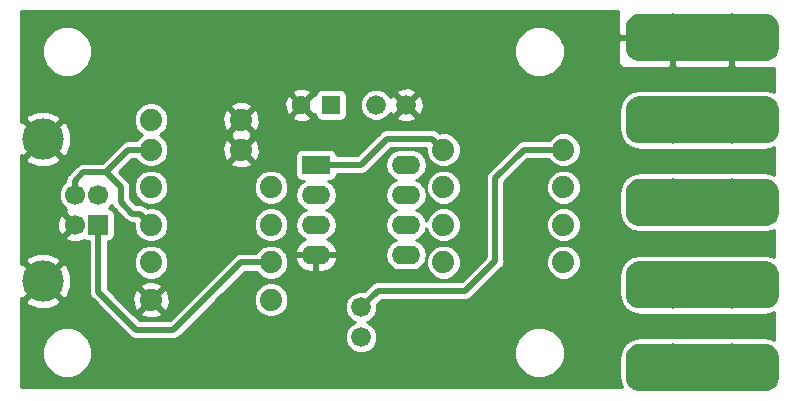
<source format=gtl>
G04 #@! TF.GenerationSoftware,KiCad,Pcbnew,(5.0.0)*
G04 #@! TF.CreationDate,2018-09-25T23:14:13-03:00*
G04 #@! TF.ProjectId,FranzMakeyDIY,4672616E7A4D616B65794449592E6B69,rev?*
G04 #@! TF.SameCoordinates,Original*
G04 #@! TF.FileFunction,Copper,L1,Top,Signal*
G04 #@! TF.FilePolarity,Positive*
%FSLAX46Y46*%
G04 Gerber Fmt 4.6, Leading zero omitted, Abs format (unit mm)*
G04 Created by KiCad (PCBNEW (5.0.0)) date 09/25/18 23:14:14*
%MOMM*%
%LPD*%
G01*
G04 APERTURE LIST*
G04 #@! TA.AperFunction,ComponentPad*
%ADD10O,2.400000X1.600000*%
G04 #@! TD*
G04 #@! TA.AperFunction,ComponentPad*
%ADD11R,2.400000X1.600000*%
G04 #@! TD*
G04 #@! TA.AperFunction,ComponentPad*
%ADD12C,1.879600*%
G04 #@! TD*
G04 #@! TA.AperFunction,ComponentPad*
%ADD13C,1.676400*%
G04 #@! TD*
G04 #@! TA.AperFunction,ComponentPad*
%ADD14R,1.700000X1.700000*%
G04 #@! TD*
G04 #@! TA.AperFunction,ComponentPad*
%ADD15C,1.700000*%
G04 #@! TD*
G04 #@! TA.AperFunction,ComponentPad*
%ADD16C,3.500000*%
G04 #@! TD*
G04 #@! TA.AperFunction,ComponentPad*
%ADD17C,1.600000*%
G04 #@! TD*
G04 #@! TA.AperFunction,ComponentPad*
%ADD18R,1.600000X1.600000*%
G04 #@! TD*
G04 #@! TA.AperFunction,Conductor*
%ADD19C,0.100000*%
G04 #@! TD*
G04 #@! TA.AperFunction,ComponentPad*
%ADD20C,4.000000*%
G04 #@! TD*
G04 #@! TA.AperFunction,Conductor*
%ADD21C,0.508000*%
G04 #@! TD*
G04 #@! TA.AperFunction,Conductor*
%ADD22C,0.254000*%
G04 #@! TD*
G04 APERTURE END LIST*
D10*
G04 #@! TO.P,IC1,8*
G04 #@! TO.N,5V*
X156210000Y-101600000D03*
G04 #@! TO.P,IC1,4*
G04 #@! TO.N,GND*
X148590000Y-109220000D03*
G04 #@! TO.P,IC1,7*
G04 #@! TO.N,Net-(IC1-Pad7)*
X156210000Y-104140000D03*
G04 #@! TO.P,IC1,3*
G04 #@! TO.N,Net-(IC1-Pad3)*
X148590000Y-106680000D03*
G04 #@! TO.P,IC1,6*
G04 #@! TO.N,Net-(IC1-Pad6)*
X156210000Y-106680000D03*
G04 #@! TO.P,IC1,2*
G04 #@! TO.N,Net-(IC1-Pad2)*
X148590000Y-104140000D03*
G04 #@! TO.P,IC1,5*
G04 #@! TO.N,Net-(IC1-Pad5)*
X156210000Y-109220000D03*
D11*
G04 #@! TO.P,IC1,1*
G04 #@! TO.N,Net-(IC1-Pad1)*
X148590000Y-101600000D03*
G04 #@! TD*
D12*
G04 #@! TO.P,D2,C*
G04 #@! TO.N,Net-(D2-PadC)*
X134620000Y-100330000D03*
G04 #@! TO.P,D2,A*
G04 #@! TO.N,GND*
X142240000Y-100330000D03*
G04 #@! TD*
G04 #@! TO.P,D1,C*
G04 #@! TO.N,Net-(D1-PadC)*
X134620000Y-97790000D03*
G04 #@! TO.P,D1,A*
G04 #@! TO.N,GND*
X142240000Y-97790000D03*
G04 #@! TD*
D13*
G04 #@! TO.P,C1,2*
G04 #@! TO.N,GND*
X156210000Y-96520000D03*
G04 #@! TO.P,C1,1*
G04 #@! TO.N,5V*
X153670000Y-96520000D03*
G04 #@! TD*
D12*
G04 #@! TO.P,R1,P$2*
G04 #@! TO.N,Net-(IC1-Pad2)*
X144780000Y-103505000D03*
G04 #@! TO.P,R1,P$1*
G04 #@! TO.N,Net-(D1-PadC)*
X134620000Y-103505000D03*
G04 #@! TD*
G04 #@! TO.P,R2,P$2*
G04 #@! TO.N,Net-(IC1-Pad3)*
X144780000Y-106680000D03*
G04 #@! TO.P,R2,P$1*
G04 #@! TO.N,Net-(D2-PadC)*
X134620000Y-106680000D03*
G04 #@! TD*
G04 #@! TO.P,R3,P$2*
G04 #@! TO.N,Net-(D1-PadC)*
X134620000Y-109855000D03*
G04 #@! TO.P,R3,P$1*
G04 #@! TO.N,5V*
X144780000Y-109855000D03*
G04 #@! TD*
G04 #@! TO.P,R5,P$2*
G04 #@! TO.N,Net-(IC1-Pad5)*
X159385000Y-109855000D03*
G04 #@! TO.P,R5,P$1*
G04 #@! TO.N,5V*
X169545000Y-109855000D03*
G04 #@! TD*
G04 #@! TO.P,R4,P$2*
G04 #@! TO.N,Net-(ON1-PadK)*
X144780000Y-113030000D03*
G04 #@! TO.P,R4,P$1*
G04 #@! TO.N,GND*
X134620000Y-113030000D03*
G04 #@! TD*
D13*
G04 #@! TO.P,ON,A*
G04 #@! TO.N,5V*
X152400000Y-113665000D03*
G04 #@! TO.P,ON,K*
G04 #@! TO.N,Net-(ON1-PadK)*
X152400000Y-116205000D03*
G04 #@! TD*
D12*
G04 #@! TO.P,R6,P$1*
G04 #@! TO.N,5V*
X169545000Y-106680000D03*
G04 #@! TO.P,R6,P$2*
G04 #@! TO.N,Net-(IC1-Pad6)*
X159385000Y-106680000D03*
G04 #@! TD*
G04 #@! TO.P,R7,P$2*
G04 #@! TO.N,Net-(IC1-Pad7)*
X159385000Y-103505000D03*
G04 #@! TO.P,R7,P$1*
G04 #@! TO.N,5V*
X169545000Y-103505000D03*
G04 #@! TD*
G04 #@! TO.P,R8,P$1*
G04 #@! TO.N,5V*
X169545000Y-100330000D03*
G04 #@! TO.P,R8,P$2*
G04 #@! TO.N,Net-(IC1-Pad1)*
X159385000Y-100330000D03*
G04 #@! TD*
D14*
G04 #@! TO.P,J6,1*
G04 #@! TO.N,5V*
X130175000Y-106680000D03*
D15*
G04 #@! TO.P,J6,2*
G04 #@! TO.N,Net-(D1-PadC)*
X130175000Y-104180000D03*
G04 #@! TO.P,J6,3*
G04 #@! TO.N,Net-(D2-PadC)*
X128175000Y-104180000D03*
G04 #@! TO.P,J6,4*
G04 #@! TO.N,GND*
X128175000Y-106680000D03*
D16*
G04 #@! TO.P,J6,5*
X125465000Y-111450000D03*
X125465000Y-99410000D03*
G04 #@! TD*
D17*
G04 #@! TO.P,C2,2*
G04 #@! TO.N,GND*
X147360000Y-96520000D03*
D18*
G04 #@! TO.P,C2,1*
G04 #@! TO.N,5V*
X149860000Y-96520000D03*
G04 #@! TD*
D19*
G04 #@! TO.N,Net-(IC1-Pad5)*
G04 #@! TO.C,0*
G36*
X186717621Y-116750778D02*
X186834108Y-116768058D01*
X186948342Y-116796672D01*
X187059220Y-116836345D01*
X187165676Y-116886694D01*
X187266684Y-116947236D01*
X187361272Y-117017387D01*
X187448528Y-117096472D01*
X187527613Y-117183728D01*
X187597764Y-117278316D01*
X187658306Y-117379324D01*
X187708655Y-117485780D01*
X187748328Y-117596658D01*
X187776942Y-117710892D01*
X187794222Y-117827379D01*
X187800000Y-117945000D01*
X187800000Y-119545000D01*
X187794222Y-119662621D01*
X187776942Y-119779108D01*
X187748328Y-119893342D01*
X187708655Y-120004220D01*
X187658306Y-120110676D01*
X187597764Y-120211684D01*
X187527613Y-120306272D01*
X187448528Y-120393528D01*
X187361272Y-120472613D01*
X187266684Y-120542764D01*
X187165676Y-120603306D01*
X187059220Y-120653655D01*
X186948342Y-120693328D01*
X186834108Y-120721942D01*
X186717621Y-120739222D01*
X186600000Y-120745000D01*
X181000000Y-120745000D01*
X180882379Y-120739222D01*
X180765892Y-120721942D01*
X180651658Y-120693328D01*
X180540780Y-120653655D01*
X180434324Y-120603306D01*
X180333316Y-120542764D01*
X180238728Y-120472613D01*
X180151472Y-120393528D01*
X180072387Y-120306272D01*
X180002236Y-120211684D01*
X179941694Y-120110676D01*
X179891345Y-120004220D01*
X179851672Y-119893342D01*
X179823058Y-119779108D01*
X179805778Y-119662621D01*
X179800000Y-119545000D01*
X179800000Y-117945000D01*
X179805778Y-117827379D01*
X179823058Y-117710892D01*
X179851672Y-117596658D01*
X179891345Y-117485780D01*
X179941694Y-117379324D01*
X180002236Y-117278316D01*
X180072387Y-117183728D01*
X180151472Y-117096472D01*
X180238728Y-117017387D01*
X180333316Y-116947236D01*
X180434324Y-116886694D01*
X180540780Y-116836345D01*
X180651658Y-116796672D01*
X180765892Y-116768058D01*
X180882379Y-116750778D01*
X181000000Y-116745000D01*
X186600000Y-116745000D01*
X186717621Y-116750778D01*
X186717621Y-116750778D01*
G37*
D20*
G04 #@! TD*
G04 #@! TO.P,0,1*
G04 #@! TO.N,Net-(IC1-Pad5)*
X183800000Y-118745000D03*
D19*
G04 #@! TO.N,Net-(IC1-Pad5)*
G04 #@! TO.C,0*
G36*
X181717621Y-116750778D02*
X181834108Y-116768058D01*
X181948342Y-116796672D01*
X182059220Y-116836345D01*
X182165676Y-116886694D01*
X182266684Y-116947236D01*
X182361272Y-117017387D01*
X182448528Y-117096472D01*
X182527613Y-117183728D01*
X182597764Y-117278316D01*
X182658306Y-117379324D01*
X182708655Y-117485780D01*
X182748328Y-117596658D01*
X182776942Y-117710892D01*
X182794222Y-117827379D01*
X182800000Y-117945000D01*
X182800000Y-119545000D01*
X182794222Y-119662621D01*
X182776942Y-119779108D01*
X182748328Y-119893342D01*
X182708655Y-120004220D01*
X182658306Y-120110676D01*
X182597764Y-120211684D01*
X182527613Y-120306272D01*
X182448528Y-120393528D01*
X182361272Y-120472613D01*
X182266684Y-120542764D01*
X182165676Y-120603306D01*
X182059220Y-120653655D01*
X181948342Y-120693328D01*
X181834108Y-120721942D01*
X181717621Y-120739222D01*
X181600000Y-120745000D01*
X176000000Y-120745000D01*
X175882379Y-120739222D01*
X175765892Y-120721942D01*
X175651658Y-120693328D01*
X175540780Y-120653655D01*
X175434324Y-120603306D01*
X175333316Y-120542764D01*
X175238728Y-120472613D01*
X175151472Y-120393528D01*
X175072387Y-120306272D01*
X175002236Y-120211684D01*
X174941694Y-120110676D01*
X174891345Y-120004220D01*
X174851672Y-119893342D01*
X174823058Y-119779108D01*
X174805778Y-119662621D01*
X174800000Y-119545000D01*
X174800000Y-117945000D01*
X174805778Y-117827379D01*
X174823058Y-117710892D01*
X174851672Y-117596658D01*
X174891345Y-117485780D01*
X174941694Y-117379324D01*
X175002236Y-117278316D01*
X175072387Y-117183728D01*
X175151472Y-117096472D01*
X175238728Y-117017387D01*
X175333316Y-116947236D01*
X175434324Y-116886694D01*
X175540780Y-116836345D01*
X175651658Y-116796672D01*
X175765892Y-116768058D01*
X175882379Y-116750778D01*
X176000000Y-116745000D01*
X181600000Y-116745000D01*
X181717621Y-116750778D01*
X181717621Y-116750778D01*
G37*
D20*
G04 #@! TD*
G04 #@! TO.P,0,1*
G04 #@! TO.N,Net-(IC1-Pad5)*
X178800000Y-118745000D03*
D19*
G04 #@! TO.N,Net-(IC1-Pad6)*
G04 #@! TO.C,1*
G36*
X181717621Y-109765778D02*
X181834108Y-109783058D01*
X181948342Y-109811672D01*
X182059220Y-109851345D01*
X182165676Y-109901694D01*
X182266684Y-109962236D01*
X182361272Y-110032387D01*
X182448528Y-110111472D01*
X182527613Y-110198728D01*
X182597764Y-110293316D01*
X182658306Y-110394324D01*
X182708655Y-110500780D01*
X182748328Y-110611658D01*
X182776942Y-110725892D01*
X182794222Y-110842379D01*
X182800000Y-110960000D01*
X182800000Y-112560000D01*
X182794222Y-112677621D01*
X182776942Y-112794108D01*
X182748328Y-112908342D01*
X182708655Y-113019220D01*
X182658306Y-113125676D01*
X182597764Y-113226684D01*
X182527613Y-113321272D01*
X182448528Y-113408528D01*
X182361272Y-113487613D01*
X182266684Y-113557764D01*
X182165676Y-113618306D01*
X182059220Y-113668655D01*
X181948342Y-113708328D01*
X181834108Y-113736942D01*
X181717621Y-113754222D01*
X181600000Y-113760000D01*
X176000000Y-113760000D01*
X175882379Y-113754222D01*
X175765892Y-113736942D01*
X175651658Y-113708328D01*
X175540780Y-113668655D01*
X175434324Y-113618306D01*
X175333316Y-113557764D01*
X175238728Y-113487613D01*
X175151472Y-113408528D01*
X175072387Y-113321272D01*
X175002236Y-113226684D01*
X174941694Y-113125676D01*
X174891345Y-113019220D01*
X174851672Y-112908342D01*
X174823058Y-112794108D01*
X174805778Y-112677621D01*
X174800000Y-112560000D01*
X174800000Y-110960000D01*
X174805778Y-110842379D01*
X174823058Y-110725892D01*
X174851672Y-110611658D01*
X174891345Y-110500780D01*
X174941694Y-110394324D01*
X175002236Y-110293316D01*
X175072387Y-110198728D01*
X175151472Y-110111472D01*
X175238728Y-110032387D01*
X175333316Y-109962236D01*
X175434324Y-109901694D01*
X175540780Y-109851345D01*
X175651658Y-109811672D01*
X175765892Y-109783058D01*
X175882379Y-109765778D01*
X176000000Y-109760000D01*
X181600000Y-109760000D01*
X181717621Y-109765778D01*
X181717621Y-109765778D01*
G37*
D20*
G04 #@! TD*
G04 #@! TO.P,1,1*
G04 #@! TO.N,Net-(IC1-Pad6)*
X178800000Y-111760000D03*
D19*
G04 #@! TO.N,Net-(IC1-Pad6)*
G04 #@! TO.C,1*
G36*
X186717621Y-109765778D02*
X186834108Y-109783058D01*
X186948342Y-109811672D01*
X187059220Y-109851345D01*
X187165676Y-109901694D01*
X187266684Y-109962236D01*
X187361272Y-110032387D01*
X187448528Y-110111472D01*
X187527613Y-110198728D01*
X187597764Y-110293316D01*
X187658306Y-110394324D01*
X187708655Y-110500780D01*
X187748328Y-110611658D01*
X187776942Y-110725892D01*
X187794222Y-110842379D01*
X187800000Y-110960000D01*
X187800000Y-112560000D01*
X187794222Y-112677621D01*
X187776942Y-112794108D01*
X187748328Y-112908342D01*
X187708655Y-113019220D01*
X187658306Y-113125676D01*
X187597764Y-113226684D01*
X187527613Y-113321272D01*
X187448528Y-113408528D01*
X187361272Y-113487613D01*
X187266684Y-113557764D01*
X187165676Y-113618306D01*
X187059220Y-113668655D01*
X186948342Y-113708328D01*
X186834108Y-113736942D01*
X186717621Y-113754222D01*
X186600000Y-113760000D01*
X181000000Y-113760000D01*
X180882379Y-113754222D01*
X180765892Y-113736942D01*
X180651658Y-113708328D01*
X180540780Y-113668655D01*
X180434324Y-113618306D01*
X180333316Y-113557764D01*
X180238728Y-113487613D01*
X180151472Y-113408528D01*
X180072387Y-113321272D01*
X180002236Y-113226684D01*
X179941694Y-113125676D01*
X179891345Y-113019220D01*
X179851672Y-112908342D01*
X179823058Y-112794108D01*
X179805778Y-112677621D01*
X179800000Y-112560000D01*
X179800000Y-110960000D01*
X179805778Y-110842379D01*
X179823058Y-110725892D01*
X179851672Y-110611658D01*
X179891345Y-110500780D01*
X179941694Y-110394324D01*
X180002236Y-110293316D01*
X180072387Y-110198728D01*
X180151472Y-110111472D01*
X180238728Y-110032387D01*
X180333316Y-109962236D01*
X180434324Y-109901694D01*
X180540780Y-109851345D01*
X180651658Y-109811672D01*
X180765892Y-109783058D01*
X180882379Y-109765778D01*
X181000000Y-109760000D01*
X186600000Y-109760000D01*
X186717621Y-109765778D01*
X186717621Y-109765778D01*
G37*
D20*
G04 #@! TD*
G04 #@! TO.P,1,1*
G04 #@! TO.N,Net-(IC1-Pad6)*
X183800000Y-111760000D03*
D19*
G04 #@! TO.N,Net-(IC1-Pad7)*
G04 #@! TO.C,2*
G36*
X186717621Y-102780778D02*
X186834108Y-102798058D01*
X186948342Y-102826672D01*
X187059220Y-102866345D01*
X187165676Y-102916694D01*
X187266684Y-102977236D01*
X187361272Y-103047387D01*
X187448528Y-103126472D01*
X187527613Y-103213728D01*
X187597764Y-103308316D01*
X187658306Y-103409324D01*
X187708655Y-103515780D01*
X187748328Y-103626658D01*
X187776942Y-103740892D01*
X187794222Y-103857379D01*
X187800000Y-103975000D01*
X187800000Y-105575000D01*
X187794222Y-105692621D01*
X187776942Y-105809108D01*
X187748328Y-105923342D01*
X187708655Y-106034220D01*
X187658306Y-106140676D01*
X187597764Y-106241684D01*
X187527613Y-106336272D01*
X187448528Y-106423528D01*
X187361272Y-106502613D01*
X187266684Y-106572764D01*
X187165676Y-106633306D01*
X187059220Y-106683655D01*
X186948342Y-106723328D01*
X186834108Y-106751942D01*
X186717621Y-106769222D01*
X186600000Y-106775000D01*
X181000000Y-106775000D01*
X180882379Y-106769222D01*
X180765892Y-106751942D01*
X180651658Y-106723328D01*
X180540780Y-106683655D01*
X180434324Y-106633306D01*
X180333316Y-106572764D01*
X180238728Y-106502613D01*
X180151472Y-106423528D01*
X180072387Y-106336272D01*
X180002236Y-106241684D01*
X179941694Y-106140676D01*
X179891345Y-106034220D01*
X179851672Y-105923342D01*
X179823058Y-105809108D01*
X179805778Y-105692621D01*
X179800000Y-105575000D01*
X179800000Y-103975000D01*
X179805778Y-103857379D01*
X179823058Y-103740892D01*
X179851672Y-103626658D01*
X179891345Y-103515780D01*
X179941694Y-103409324D01*
X180002236Y-103308316D01*
X180072387Y-103213728D01*
X180151472Y-103126472D01*
X180238728Y-103047387D01*
X180333316Y-102977236D01*
X180434324Y-102916694D01*
X180540780Y-102866345D01*
X180651658Y-102826672D01*
X180765892Y-102798058D01*
X180882379Y-102780778D01*
X181000000Y-102775000D01*
X186600000Y-102775000D01*
X186717621Y-102780778D01*
X186717621Y-102780778D01*
G37*
D20*
G04 #@! TD*
G04 #@! TO.P,2,1*
G04 #@! TO.N,Net-(IC1-Pad7)*
X183800000Y-104775000D03*
D19*
G04 #@! TO.N,Net-(IC1-Pad7)*
G04 #@! TO.C,2*
G36*
X181717621Y-102780778D02*
X181834108Y-102798058D01*
X181948342Y-102826672D01*
X182059220Y-102866345D01*
X182165676Y-102916694D01*
X182266684Y-102977236D01*
X182361272Y-103047387D01*
X182448528Y-103126472D01*
X182527613Y-103213728D01*
X182597764Y-103308316D01*
X182658306Y-103409324D01*
X182708655Y-103515780D01*
X182748328Y-103626658D01*
X182776942Y-103740892D01*
X182794222Y-103857379D01*
X182800000Y-103975000D01*
X182800000Y-105575000D01*
X182794222Y-105692621D01*
X182776942Y-105809108D01*
X182748328Y-105923342D01*
X182708655Y-106034220D01*
X182658306Y-106140676D01*
X182597764Y-106241684D01*
X182527613Y-106336272D01*
X182448528Y-106423528D01*
X182361272Y-106502613D01*
X182266684Y-106572764D01*
X182165676Y-106633306D01*
X182059220Y-106683655D01*
X181948342Y-106723328D01*
X181834108Y-106751942D01*
X181717621Y-106769222D01*
X181600000Y-106775000D01*
X176000000Y-106775000D01*
X175882379Y-106769222D01*
X175765892Y-106751942D01*
X175651658Y-106723328D01*
X175540780Y-106683655D01*
X175434324Y-106633306D01*
X175333316Y-106572764D01*
X175238728Y-106502613D01*
X175151472Y-106423528D01*
X175072387Y-106336272D01*
X175002236Y-106241684D01*
X174941694Y-106140676D01*
X174891345Y-106034220D01*
X174851672Y-105923342D01*
X174823058Y-105809108D01*
X174805778Y-105692621D01*
X174800000Y-105575000D01*
X174800000Y-103975000D01*
X174805778Y-103857379D01*
X174823058Y-103740892D01*
X174851672Y-103626658D01*
X174891345Y-103515780D01*
X174941694Y-103409324D01*
X175002236Y-103308316D01*
X175072387Y-103213728D01*
X175151472Y-103126472D01*
X175238728Y-103047387D01*
X175333316Y-102977236D01*
X175434324Y-102916694D01*
X175540780Y-102866345D01*
X175651658Y-102826672D01*
X175765892Y-102798058D01*
X175882379Y-102780778D01*
X176000000Y-102775000D01*
X181600000Y-102775000D01*
X181717621Y-102780778D01*
X181717621Y-102780778D01*
G37*
D20*
G04 #@! TD*
G04 #@! TO.P,2,1*
G04 #@! TO.N,Net-(IC1-Pad7)*
X178800000Y-104775000D03*
D19*
G04 #@! TO.N,Net-(IC1-Pad1)*
G04 #@! TO.C,5*
G36*
X181717621Y-95795778D02*
X181834108Y-95813058D01*
X181948342Y-95841672D01*
X182059220Y-95881345D01*
X182165676Y-95931694D01*
X182266684Y-95992236D01*
X182361272Y-96062387D01*
X182448528Y-96141472D01*
X182527613Y-96228728D01*
X182597764Y-96323316D01*
X182658306Y-96424324D01*
X182708655Y-96530780D01*
X182748328Y-96641658D01*
X182776942Y-96755892D01*
X182794222Y-96872379D01*
X182800000Y-96990000D01*
X182800000Y-98590000D01*
X182794222Y-98707621D01*
X182776942Y-98824108D01*
X182748328Y-98938342D01*
X182708655Y-99049220D01*
X182658306Y-99155676D01*
X182597764Y-99256684D01*
X182527613Y-99351272D01*
X182448528Y-99438528D01*
X182361272Y-99517613D01*
X182266684Y-99587764D01*
X182165676Y-99648306D01*
X182059220Y-99698655D01*
X181948342Y-99738328D01*
X181834108Y-99766942D01*
X181717621Y-99784222D01*
X181600000Y-99790000D01*
X176000000Y-99790000D01*
X175882379Y-99784222D01*
X175765892Y-99766942D01*
X175651658Y-99738328D01*
X175540780Y-99698655D01*
X175434324Y-99648306D01*
X175333316Y-99587764D01*
X175238728Y-99517613D01*
X175151472Y-99438528D01*
X175072387Y-99351272D01*
X175002236Y-99256684D01*
X174941694Y-99155676D01*
X174891345Y-99049220D01*
X174851672Y-98938342D01*
X174823058Y-98824108D01*
X174805778Y-98707621D01*
X174800000Y-98590000D01*
X174800000Y-96990000D01*
X174805778Y-96872379D01*
X174823058Y-96755892D01*
X174851672Y-96641658D01*
X174891345Y-96530780D01*
X174941694Y-96424324D01*
X175002236Y-96323316D01*
X175072387Y-96228728D01*
X175151472Y-96141472D01*
X175238728Y-96062387D01*
X175333316Y-95992236D01*
X175434324Y-95931694D01*
X175540780Y-95881345D01*
X175651658Y-95841672D01*
X175765892Y-95813058D01*
X175882379Y-95795778D01*
X176000000Y-95790000D01*
X181600000Y-95790000D01*
X181717621Y-95795778D01*
X181717621Y-95795778D01*
G37*
D20*
G04 #@! TD*
G04 #@! TO.P,5,1*
G04 #@! TO.N,Net-(IC1-Pad1)*
X178800000Y-97790000D03*
D19*
G04 #@! TO.N,Net-(IC1-Pad1)*
G04 #@! TO.C,5*
G36*
X186717621Y-95795778D02*
X186834108Y-95813058D01*
X186948342Y-95841672D01*
X187059220Y-95881345D01*
X187165676Y-95931694D01*
X187266684Y-95992236D01*
X187361272Y-96062387D01*
X187448528Y-96141472D01*
X187527613Y-96228728D01*
X187597764Y-96323316D01*
X187658306Y-96424324D01*
X187708655Y-96530780D01*
X187748328Y-96641658D01*
X187776942Y-96755892D01*
X187794222Y-96872379D01*
X187800000Y-96990000D01*
X187800000Y-98590000D01*
X187794222Y-98707621D01*
X187776942Y-98824108D01*
X187748328Y-98938342D01*
X187708655Y-99049220D01*
X187658306Y-99155676D01*
X187597764Y-99256684D01*
X187527613Y-99351272D01*
X187448528Y-99438528D01*
X187361272Y-99517613D01*
X187266684Y-99587764D01*
X187165676Y-99648306D01*
X187059220Y-99698655D01*
X186948342Y-99738328D01*
X186834108Y-99766942D01*
X186717621Y-99784222D01*
X186600000Y-99790000D01*
X181000000Y-99790000D01*
X180882379Y-99784222D01*
X180765892Y-99766942D01*
X180651658Y-99738328D01*
X180540780Y-99698655D01*
X180434324Y-99648306D01*
X180333316Y-99587764D01*
X180238728Y-99517613D01*
X180151472Y-99438528D01*
X180072387Y-99351272D01*
X180002236Y-99256684D01*
X179941694Y-99155676D01*
X179891345Y-99049220D01*
X179851672Y-98938342D01*
X179823058Y-98824108D01*
X179805778Y-98707621D01*
X179800000Y-98590000D01*
X179800000Y-96990000D01*
X179805778Y-96872379D01*
X179823058Y-96755892D01*
X179851672Y-96641658D01*
X179891345Y-96530780D01*
X179941694Y-96424324D01*
X180002236Y-96323316D01*
X180072387Y-96228728D01*
X180151472Y-96141472D01*
X180238728Y-96062387D01*
X180333316Y-95992236D01*
X180434324Y-95931694D01*
X180540780Y-95881345D01*
X180651658Y-95841672D01*
X180765892Y-95813058D01*
X180882379Y-95795778D01*
X181000000Y-95790000D01*
X186600000Y-95790000D01*
X186717621Y-95795778D01*
X186717621Y-95795778D01*
G37*
D20*
G04 #@! TD*
G04 #@! TO.P,5,1*
G04 #@! TO.N,Net-(IC1-Pad1)*
X183800000Y-97790000D03*
D19*
G04 #@! TO.N,GND*
G04 #@! TO.C,GND*
G36*
X186717621Y-88810778D02*
X186834108Y-88828058D01*
X186948342Y-88856672D01*
X187059220Y-88896345D01*
X187165676Y-88946694D01*
X187266684Y-89007236D01*
X187361272Y-89077387D01*
X187448528Y-89156472D01*
X187527613Y-89243728D01*
X187597764Y-89338316D01*
X187658306Y-89439324D01*
X187708655Y-89545780D01*
X187748328Y-89656658D01*
X187776942Y-89770892D01*
X187794222Y-89887379D01*
X187800000Y-90005000D01*
X187800000Y-91605000D01*
X187794222Y-91722621D01*
X187776942Y-91839108D01*
X187748328Y-91953342D01*
X187708655Y-92064220D01*
X187658306Y-92170676D01*
X187597764Y-92271684D01*
X187527613Y-92366272D01*
X187448528Y-92453528D01*
X187361272Y-92532613D01*
X187266684Y-92602764D01*
X187165676Y-92663306D01*
X187059220Y-92713655D01*
X186948342Y-92753328D01*
X186834108Y-92781942D01*
X186717621Y-92799222D01*
X186600000Y-92805000D01*
X181000000Y-92805000D01*
X180882379Y-92799222D01*
X180765892Y-92781942D01*
X180651658Y-92753328D01*
X180540780Y-92713655D01*
X180434324Y-92663306D01*
X180333316Y-92602764D01*
X180238728Y-92532613D01*
X180151472Y-92453528D01*
X180072387Y-92366272D01*
X180002236Y-92271684D01*
X179941694Y-92170676D01*
X179891345Y-92064220D01*
X179851672Y-91953342D01*
X179823058Y-91839108D01*
X179805778Y-91722621D01*
X179800000Y-91605000D01*
X179800000Y-90005000D01*
X179805778Y-89887379D01*
X179823058Y-89770892D01*
X179851672Y-89656658D01*
X179891345Y-89545780D01*
X179941694Y-89439324D01*
X180002236Y-89338316D01*
X180072387Y-89243728D01*
X180151472Y-89156472D01*
X180238728Y-89077387D01*
X180333316Y-89007236D01*
X180434324Y-88946694D01*
X180540780Y-88896345D01*
X180651658Y-88856672D01*
X180765892Y-88828058D01*
X180882379Y-88810778D01*
X181000000Y-88805000D01*
X186600000Y-88805000D01*
X186717621Y-88810778D01*
X186717621Y-88810778D01*
G37*
D20*
G04 #@! TD*
G04 #@! TO.P,GND,1*
G04 #@! TO.N,GND*
X183800000Y-90805000D03*
D19*
G04 #@! TO.N,GND*
G04 #@! TO.C,GND*
G36*
X181717621Y-88810778D02*
X181834108Y-88828058D01*
X181948342Y-88856672D01*
X182059220Y-88896345D01*
X182165676Y-88946694D01*
X182266684Y-89007236D01*
X182361272Y-89077387D01*
X182448528Y-89156472D01*
X182527613Y-89243728D01*
X182597764Y-89338316D01*
X182658306Y-89439324D01*
X182708655Y-89545780D01*
X182748328Y-89656658D01*
X182776942Y-89770892D01*
X182794222Y-89887379D01*
X182800000Y-90005000D01*
X182800000Y-91605000D01*
X182794222Y-91722621D01*
X182776942Y-91839108D01*
X182748328Y-91953342D01*
X182708655Y-92064220D01*
X182658306Y-92170676D01*
X182597764Y-92271684D01*
X182527613Y-92366272D01*
X182448528Y-92453528D01*
X182361272Y-92532613D01*
X182266684Y-92602764D01*
X182165676Y-92663306D01*
X182059220Y-92713655D01*
X181948342Y-92753328D01*
X181834108Y-92781942D01*
X181717621Y-92799222D01*
X181600000Y-92805000D01*
X176000000Y-92805000D01*
X175882379Y-92799222D01*
X175765892Y-92781942D01*
X175651658Y-92753328D01*
X175540780Y-92713655D01*
X175434324Y-92663306D01*
X175333316Y-92602764D01*
X175238728Y-92532613D01*
X175151472Y-92453528D01*
X175072387Y-92366272D01*
X175002236Y-92271684D01*
X174941694Y-92170676D01*
X174891345Y-92064220D01*
X174851672Y-91953342D01*
X174823058Y-91839108D01*
X174805778Y-91722621D01*
X174800000Y-91605000D01*
X174800000Y-90005000D01*
X174805778Y-89887379D01*
X174823058Y-89770892D01*
X174851672Y-89656658D01*
X174891345Y-89545780D01*
X174941694Y-89439324D01*
X175002236Y-89338316D01*
X175072387Y-89243728D01*
X175151472Y-89156472D01*
X175238728Y-89077387D01*
X175333316Y-89007236D01*
X175434324Y-88946694D01*
X175540780Y-88896345D01*
X175651658Y-88856672D01*
X175765892Y-88828058D01*
X175882379Y-88810778D01*
X176000000Y-88805000D01*
X181600000Y-88805000D01*
X181717621Y-88810778D01*
X181717621Y-88810778D01*
G37*
D20*
G04 #@! TD*
G04 #@! TO.P,GND,1*
G04 #@! TO.N,GND*
X178800000Y-90805000D03*
D21*
G04 #@! TO.N,5V*
X130175000Y-106680000D02*
X130175000Y-112395000D01*
X130175000Y-112395000D02*
X133350000Y-115570000D01*
X133350000Y-115570000D02*
X136525000Y-115570000D01*
X142240000Y-109855000D02*
X144780000Y-109855000D01*
X136525000Y-115570000D02*
X142240000Y-109855000D01*
X169545000Y-100330000D02*
X166170000Y-100330000D01*
X166170000Y-100330000D02*
X163750000Y-102750000D01*
X163750000Y-102750000D02*
X163750000Y-109750000D01*
X163750000Y-109750000D02*
X161250000Y-112250000D01*
X153815000Y-112250000D02*
X152400000Y-113665000D01*
X161250000Y-112250000D02*
X153815000Y-112250000D01*
G04 #@! TO.N,Net-(D2-PadC)*
X132715000Y-100330000D02*
X130810000Y-102235000D01*
X134620000Y-100330000D02*
X132715000Y-100330000D01*
X133680201Y-105740201D02*
X133045201Y-105740201D01*
X134620000Y-106680000D02*
X133680201Y-105740201D01*
X133045201Y-105740201D02*
X132080000Y-104775000D01*
X132080000Y-103505000D02*
X130810000Y-102235000D01*
X132080000Y-104775000D02*
X132080000Y-103505000D01*
X130810000Y-102235000D02*
X128905000Y-102235000D01*
X128175000Y-102965000D02*
X128175000Y-104180000D01*
X128905000Y-102235000D02*
X128175000Y-102965000D01*
G04 #@! TO.N,Net-(IC1-Pad1)*
X158445201Y-99390201D02*
X154609799Y-99390201D01*
X159385000Y-100330000D02*
X158445201Y-99390201D01*
X152400000Y-101600000D02*
X148590000Y-101600000D01*
X154609799Y-99390201D02*
X152400000Y-101600000D01*
G04 #@! TD*
D22*
G04 #@! TO.N,GND*
G36*
X174165000Y-88678691D02*
X174165000Y-90519250D01*
X174323750Y-90678000D01*
X178673000Y-90678000D01*
X178673000Y-90658000D01*
X178927000Y-90658000D01*
X178927000Y-90678000D01*
X183673000Y-90678000D01*
X183673000Y-90658000D01*
X183927000Y-90658000D01*
X183927000Y-90678000D01*
X183947000Y-90678000D01*
X183947000Y-90932000D01*
X183927000Y-90932000D01*
X183927000Y-93281250D01*
X184085750Y-93440000D01*
X187391601Y-93440000D01*
X187391601Y-95461921D01*
X187267342Y-95378894D01*
X186600000Y-95246151D01*
X176000000Y-95246151D01*
X175332658Y-95378894D01*
X174766913Y-95756913D01*
X174388894Y-96322658D01*
X174256151Y-96990000D01*
X174256151Y-98590000D01*
X174388894Y-99257342D01*
X174766913Y-99823087D01*
X175332658Y-100201106D01*
X176000000Y-100333849D01*
X186600000Y-100333849D01*
X187267342Y-100201106D01*
X187391601Y-100118079D01*
X187391601Y-102446921D01*
X187267342Y-102363894D01*
X186600000Y-102231151D01*
X176000000Y-102231151D01*
X175332658Y-102363894D01*
X174766913Y-102741913D01*
X174388894Y-103307658D01*
X174256151Y-103975000D01*
X174256151Y-105575000D01*
X174388894Y-106242342D01*
X174766913Y-106808087D01*
X175332658Y-107186106D01*
X176000000Y-107318849D01*
X186600000Y-107318849D01*
X187267342Y-107186106D01*
X187391600Y-107103079D01*
X187391600Y-109431921D01*
X187267342Y-109348894D01*
X186600000Y-109216151D01*
X176000000Y-109216151D01*
X175332658Y-109348894D01*
X174766913Y-109726913D01*
X174388894Y-110292658D01*
X174256151Y-110960000D01*
X174256151Y-112560000D01*
X174388894Y-113227342D01*
X174766913Y-113793087D01*
X175332658Y-114171106D01*
X176000000Y-114303849D01*
X186600000Y-114303849D01*
X187267342Y-114171106D01*
X187391600Y-114088079D01*
X187391600Y-116416921D01*
X187267342Y-116333894D01*
X186600000Y-116201151D01*
X176000000Y-116201151D01*
X175332658Y-116333894D01*
X174766913Y-116711913D01*
X174388894Y-117277658D01*
X174256151Y-117945000D01*
X174256151Y-119545000D01*
X174388894Y-120212342D01*
X174521099Y-120410200D01*
X123575750Y-120410200D01*
X123575750Y-117075640D01*
X125366600Y-117075640D01*
X125366600Y-117924360D01*
X125691391Y-118708474D01*
X126291526Y-119308609D01*
X127075640Y-119633400D01*
X127924360Y-119633400D01*
X128708474Y-119308609D01*
X129308609Y-118708474D01*
X129633400Y-117924360D01*
X129633400Y-117075640D01*
X129308609Y-116291526D01*
X128708474Y-115691391D01*
X127924360Y-115366600D01*
X127075640Y-115366600D01*
X126291526Y-115691391D01*
X125691391Y-116291526D01*
X125366600Y-117075640D01*
X123575750Y-117075640D01*
X123575750Y-113144528D01*
X123950077Y-113144528D01*
X124140364Y-113489271D01*
X125021591Y-113840956D01*
X125970323Y-113828641D01*
X126789636Y-113489271D01*
X126979923Y-113144528D01*
X125465000Y-111629605D01*
X123950077Y-113144528D01*
X123575750Y-113144528D01*
X123575750Y-112857443D01*
X123770472Y-112964923D01*
X125285395Y-111450000D01*
X125644605Y-111450000D01*
X127159528Y-112964923D01*
X127504271Y-112774636D01*
X127855956Y-111893409D01*
X127843641Y-110944677D01*
X127504271Y-110125364D01*
X127159528Y-109935077D01*
X125644605Y-111450000D01*
X125285395Y-111450000D01*
X123770472Y-109935077D01*
X123575750Y-110042557D01*
X123575750Y-109755472D01*
X123950077Y-109755472D01*
X125465000Y-111270395D01*
X126979923Y-109755472D01*
X126789636Y-109410729D01*
X125908409Y-109059044D01*
X124959677Y-109071359D01*
X124140364Y-109410729D01*
X123950077Y-109755472D01*
X123575750Y-109755472D01*
X123575750Y-106451279D01*
X126678282Y-106451279D01*
X126704685Y-107041458D01*
X126879741Y-107464080D01*
X127131042Y-107544353D01*
X127995395Y-106680000D01*
X127131042Y-105815647D01*
X126879741Y-105895920D01*
X126678282Y-106451279D01*
X123575750Y-106451279D01*
X123575750Y-103904825D01*
X126791600Y-103904825D01*
X126791600Y-104455175D01*
X127002210Y-104963633D01*
X127391367Y-105352790D01*
X127429712Y-105368673D01*
X127390920Y-105384741D01*
X127310647Y-105636042D01*
X128175000Y-106500395D01*
X128189143Y-106486253D01*
X128368748Y-106665858D01*
X128354605Y-106680000D01*
X128368748Y-106694143D01*
X128189143Y-106873748D01*
X128175000Y-106859605D01*
X127310647Y-107723958D01*
X127390920Y-107975259D01*
X127946279Y-108176718D01*
X128536458Y-108150315D01*
X128959080Y-107975259D01*
X128971780Y-107935499D01*
X129116878Y-108032451D01*
X129325000Y-108073849D01*
X129387600Y-108073849D01*
X129387601Y-112317444D01*
X129372174Y-112395000D01*
X129404444Y-112557229D01*
X129433286Y-112702228D01*
X129607317Y-112962684D01*
X129673063Y-113006614D01*
X132738386Y-116071938D01*
X132782316Y-116137684D01*
X133042772Y-116311715D01*
X133272448Y-116357400D01*
X133349999Y-116372826D01*
X133427550Y-116357400D01*
X136447449Y-116357400D01*
X136525000Y-116372826D01*
X136602551Y-116357400D01*
X136602552Y-116357400D01*
X136832228Y-116311715D01*
X137092684Y-116137684D01*
X137136616Y-116071935D01*
X140471589Y-112736962D01*
X143306800Y-112736962D01*
X143306800Y-113323038D01*
X143531081Y-113864501D01*
X143945499Y-114278919D01*
X144486962Y-114503200D01*
X145073038Y-114503200D01*
X145614501Y-114278919D01*
X146028919Y-113864501D01*
X146224563Y-113392172D01*
X151028400Y-113392172D01*
X151028400Y-113937828D01*
X151237214Y-114441949D01*
X151623051Y-114827786D01*
X151881888Y-114935000D01*
X151623051Y-115042214D01*
X151237214Y-115428051D01*
X151028400Y-115932172D01*
X151028400Y-116477828D01*
X151237214Y-116981949D01*
X151623051Y-117367786D01*
X152127172Y-117576600D01*
X152672828Y-117576600D01*
X153176949Y-117367786D01*
X153469095Y-117075640D01*
X165366600Y-117075640D01*
X165366600Y-117924360D01*
X165691391Y-118708474D01*
X166291526Y-119308609D01*
X167075640Y-119633400D01*
X167924360Y-119633400D01*
X168708474Y-119308609D01*
X169308609Y-118708474D01*
X169633400Y-117924360D01*
X169633400Y-117075640D01*
X169308609Y-116291526D01*
X168708474Y-115691391D01*
X167924360Y-115366600D01*
X167075640Y-115366600D01*
X166291526Y-115691391D01*
X165691391Y-116291526D01*
X165366600Y-117075640D01*
X153469095Y-117075640D01*
X153562786Y-116981949D01*
X153771600Y-116477828D01*
X153771600Y-115932172D01*
X153562786Y-115428051D01*
X153176949Y-115042214D01*
X152918112Y-114935000D01*
X153176949Y-114827786D01*
X153562786Y-114441949D01*
X153771600Y-113937828D01*
X153771600Y-113406952D01*
X154141152Y-113037400D01*
X161172449Y-113037400D01*
X161250000Y-113052826D01*
X161327551Y-113037400D01*
X161327552Y-113037400D01*
X161557228Y-112991715D01*
X161817684Y-112817684D01*
X161861616Y-112751935D01*
X164251938Y-110361614D01*
X164317684Y-110317684D01*
X164491715Y-110057228D01*
X164537400Y-109827552D01*
X164537400Y-109827551D01*
X164552826Y-109750000D01*
X164537400Y-109672449D01*
X164537400Y-109561962D01*
X168071800Y-109561962D01*
X168071800Y-110148038D01*
X168296081Y-110689501D01*
X168710499Y-111103919D01*
X169251962Y-111328200D01*
X169838038Y-111328200D01*
X170379501Y-111103919D01*
X170793919Y-110689501D01*
X171018200Y-110148038D01*
X171018200Y-109561962D01*
X170793919Y-109020499D01*
X170379501Y-108606081D01*
X169838038Y-108381800D01*
X169251962Y-108381800D01*
X168710499Y-108606081D01*
X168296081Y-109020499D01*
X168071800Y-109561962D01*
X164537400Y-109561962D01*
X164537400Y-106386962D01*
X168071800Y-106386962D01*
X168071800Y-106973038D01*
X168296081Y-107514501D01*
X168710499Y-107928919D01*
X169251962Y-108153200D01*
X169838038Y-108153200D01*
X170379501Y-107928919D01*
X170793919Y-107514501D01*
X171018200Y-106973038D01*
X171018200Y-106386962D01*
X170793919Y-105845499D01*
X170379501Y-105431081D01*
X169838038Y-105206800D01*
X169251962Y-105206800D01*
X168710499Y-105431081D01*
X168296081Y-105845499D01*
X168071800Y-106386962D01*
X164537400Y-106386962D01*
X164537400Y-103211962D01*
X168071800Y-103211962D01*
X168071800Y-103798038D01*
X168296081Y-104339501D01*
X168710499Y-104753919D01*
X169251962Y-104978200D01*
X169838038Y-104978200D01*
X170379501Y-104753919D01*
X170793919Y-104339501D01*
X171018200Y-103798038D01*
X171018200Y-103211962D01*
X170793919Y-102670499D01*
X170379501Y-102256081D01*
X169838038Y-102031800D01*
X169251962Y-102031800D01*
X168710499Y-102256081D01*
X168296081Y-102670499D01*
X168071800Y-103211962D01*
X164537400Y-103211962D01*
X164537400Y-103076151D01*
X166496152Y-101117400D01*
X168276571Y-101117400D01*
X168296081Y-101164501D01*
X168710499Y-101578919D01*
X169251962Y-101803200D01*
X169838038Y-101803200D01*
X170379501Y-101578919D01*
X170793919Y-101164501D01*
X171018200Y-100623038D01*
X171018200Y-100036962D01*
X170793919Y-99495499D01*
X170379501Y-99081081D01*
X169838038Y-98856800D01*
X169251962Y-98856800D01*
X168710499Y-99081081D01*
X168296081Y-99495499D01*
X168276571Y-99542600D01*
X166247551Y-99542600D01*
X166170000Y-99527174D01*
X166092449Y-99542600D01*
X166092448Y-99542600D01*
X165862772Y-99588285D01*
X165602316Y-99762316D01*
X165558387Y-99828061D01*
X163248065Y-102138384D01*
X163182316Y-102182316D01*
X163008285Y-102442773D01*
X162965519Y-102657772D01*
X162947174Y-102750000D01*
X162962600Y-102827551D01*
X162962601Y-109423847D01*
X160923849Y-111462600D01*
X153892550Y-111462600D01*
X153814999Y-111447174D01*
X153737448Y-111462600D01*
X153507772Y-111508285D01*
X153247316Y-111682316D01*
X153203386Y-111748062D01*
X152658048Y-112293400D01*
X152127172Y-112293400D01*
X151623051Y-112502214D01*
X151237214Y-112888051D01*
X151028400Y-113392172D01*
X146224563Y-113392172D01*
X146253200Y-113323038D01*
X146253200Y-112736962D01*
X146028919Y-112195499D01*
X145614501Y-111781081D01*
X145073038Y-111556800D01*
X144486962Y-111556800D01*
X143945499Y-111781081D01*
X143531081Y-112195499D01*
X143306800Y-112736962D01*
X140471589Y-112736962D01*
X142566151Y-110642400D01*
X143511571Y-110642400D01*
X143531081Y-110689501D01*
X143945499Y-111103919D01*
X144486962Y-111328200D01*
X145073038Y-111328200D01*
X145614501Y-111103919D01*
X146028919Y-110689501D01*
X146253200Y-110148038D01*
X146253200Y-109569039D01*
X146798096Y-109569039D01*
X146815633Y-109651819D01*
X147085500Y-110144896D01*
X147523517Y-110497166D01*
X148063000Y-110655000D01*
X148463000Y-110655000D01*
X148463000Y-109347000D01*
X148717000Y-109347000D01*
X148717000Y-110655000D01*
X149117000Y-110655000D01*
X149656483Y-110497166D01*
X150094500Y-110144896D01*
X150364367Y-109651819D01*
X150381904Y-109569039D01*
X150259915Y-109347000D01*
X148717000Y-109347000D01*
X148463000Y-109347000D01*
X146920085Y-109347000D01*
X146798096Y-109569039D01*
X146253200Y-109569039D01*
X146253200Y-109561962D01*
X146028919Y-109020499D01*
X145879381Y-108870961D01*
X146798096Y-108870961D01*
X146920085Y-109093000D01*
X148463000Y-109093000D01*
X148463000Y-109073000D01*
X148717000Y-109073000D01*
X148717000Y-109093000D01*
X150259915Y-109093000D01*
X150381904Y-108870961D01*
X150364367Y-108788181D01*
X150094500Y-108295104D01*
X149656483Y-107942834D01*
X149547716Y-107911012D01*
X149951327Y-107641327D01*
X150246035Y-107200267D01*
X150349522Y-106680000D01*
X150246035Y-106159733D01*
X149951327Y-105718673D01*
X149510267Y-105423965D01*
X149440060Y-105410000D01*
X149510267Y-105396035D01*
X149951327Y-105101327D01*
X150246035Y-104660267D01*
X150349522Y-104140000D01*
X150246035Y-103619733D01*
X149951327Y-103178673D01*
X149599889Y-102943849D01*
X149790000Y-102943849D01*
X149998122Y-102902451D01*
X150174559Y-102784559D01*
X150292451Y-102608122D01*
X150333849Y-102400000D01*
X150333849Y-102387400D01*
X152322449Y-102387400D01*
X152400000Y-102402826D01*
X152477551Y-102387400D01*
X152477552Y-102387400D01*
X152707228Y-102341715D01*
X152967684Y-102167684D01*
X153011616Y-102101935D01*
X153513551Y-101600000D01*
X154450478Y-101600000D01*
X154553965Y-102120267D01*
X154848673Y-102561327D01*
X155289733Y-102856035D01*
X155359940Y-102870000D01*
X155289733Y-102883965D01*
X154848673Y-103178673D01*
X154553965Y-103619733D01*
X154450478Y-104140000D01*
X154553965Y-104660267D01*
X154848673Y-105101327D01*
X155289733Y-105396035D01*
X155359940Y-105410000D01*
X155289733Y-105423965D01*
X154848673Y-105718673D01*
X154553965Y-106159733D01*
X154450478Y-106680000D01*
X154553965Y-107200267D01*
X154848673Y-107641327D01*
X155289733Y-107936035D01*
X155359940Y-107950000D01*
X155289733Y-107963965D01*
X154848673Y-108258673D01*
X154553965Y-108699733D01*
X154450478Y-109220000D01*
X154553965Y-109740267D01*
X154848673Y-110181327D01*
X155289733Y-110476035D01*
X155678675Y-110553400D01*
X156741325Y-110553400D01*
X157130267Y-110476035D01*
X157571327Y-110181327D01*
X157866035Y-109740267D01*
X157901501Y-109561962D01*
X157911800Y-109561962D01*
X157911800Y-110148038D01*
X158136081Y-110689501D01*
X158550499Y-111103919D01*
X159091962Y-111328200D01*
X159678038Y-111328200D01*
X160219501Y-111103919D01*
X160633919Y-110689501D01*
X160858200Y-110148038D01*
X160858200Y-109561962D01*
X160633919Y-109020499D01*
X160219501Y-108606081D01*
X159678038Y-108381800D01*
X159091962Y-108381800D01*
X158550499Y-108606081D01*
X158136081Y-109020499D01*
X157911800Y-109561962D01*
X157901501Y-109561962D01*
X157969522Y-109220000D01*
X157866035Y-108699733D01*
X157571327Y-108258673D01*
X157130267Y-107963965D01*
X157060060Y-107950000D01*
X157130267Y-107936035D01*
X157571327Y-107641327D01*
X157866035Y-107200267D01*
X157911800Y-106970190D01*
X157911800Y-106973038D01*
X158136081Y-107514501D01*
X158550499Y-107928919D01*
X159091962Y-108153200D01*
X159678038Y-108153200D01*
X160219501Y-107928919D01*
X160633919Y-107514501D01*
X160858200Y-106973038D01*
X160858200Y-106386962D01*
X160633919Y-105845499D01*
X160219501Y-105431081D01*
X159678038Y-105206800D01*
X159091962Y-105206800D01*
X158550499Y-105431081D01*
X158136081Y-105845499D01*
X157911800Y-106386962D01*
X157911800Y-106389810D01*
X157866035Y-106159733D01*
X157571327Y-105718673D01*
X157130267Y-105423965D01*
X157060060Y-105410000D01*
X157130267Y-105396035D01*
X157571327Y-105101327D01*
X157866035Y-104660267D01*
X157969522Y-104140000D01*
X157866035Y-103619733D01*
X157593571Y-103211962D01*
X157911800Y-103211962D01*
X157911800Y-103798038D01*
X158136081Y-104339501D01*
X158550499Y-104753919D01*
X159091962Y-104978200D01*
X159678038Y-104978200D01*
X160219501Y-104753919D01*
X160633919Y-104339501D01*
X160858200Y-103798038D01*
X160858200Y-103211962D01*
X160633919Y-102670499D01*
X160219501Y-102256081D01*
X159678038Y-102031800D01*
X159091962Y-102031800D01*
X158550499Y-102256081D01*
X158136081Y-102670499D01*
X157911800Y-103211962D01*
X157593571Y-103211962D01*
X157571327Y-103178673D01*
X157130267Y-102883965D01*
X157060060Y-102870000D01*
X157130267Y-102856035D01*
X157571327Y-102561327D01*
X157866035Y-102120267D01*
X157969522Y-101600000D01*
X157866035Y-101079733D01*
X157571327Y-100638673D01*
X157130267Y-100343965D01*
X156741325Y-100266600D01*
X155678675Y-100266600D01*
X155289733Y-100343965D01*
X154848673Y-100638673D01*
X154553965Y-101079733D01*
X154450478Y-101600000D01*
X153513551Y-101600000D01*
X154935951Y-100177601D01*
X157911800Y-100177601D01*
X157911800Y-100623038D01*
X158136081Y-101164501D01*
X158550499Y-101578919D01*
X159091962Y-101803200D01*
X159678038Y-101803200D01*
X160219501Y-101578919D01*
X160633919Y-101164501D01*
X160858200Y-100623038D01*
X160858200Y-100036962D01*
X160633919Y-99495499D01*
X160219501Y-99081081D01*
X159678038Y-98856800D01*
X159091962Y-98856800D01*
X159047968Y-98875023D01*
X159012885Y-98822517D01*
X158752429Y-98648486D01*
X158522753Y-98602801D01*
X158522752Y-98602801D01*
X158445201Y-98587375D01*
X158367650Y-98602801D01*
X154687350Y-98602801D01*
X154609799Y-98587375D01*
X154532248Y-98602801D01*
X154532247Y-98602801D01*
X154302571Y-98648486D01*
X154042115Y-98822517D01*
X153998185Y-98888263D01*
X152073849Y-100812600D01*
X150333849Y-100812600D01*
X150333849Y-100800000D01*
X150292451Y-100591878D01*
X150174559Y-100415441D01*
X149998122Y-100297549D01*
X149790000Y-100256151D01*
X147390000Y-100256151D01*
X147181878Y-100297549D01*
X147005441Y-100415441D01*
X146887549Y-100591878D01*
X146846151Y-100800000D01*
X146846151Y-102400000D01*
X146887549Y-102608122D01*
X147005441Y-102784559D01*
X147181878Y-102902451D01*
X147390000Y-102943849D01*
X147580111Y-102943849D01*
X147228673Y-103178673D01*
X146933965Y-103619733D01*
X146830478Y-104140000D01*
X146933965Y-104660267D01*
X147228673Y-105101327D01*
X147669733Y-105396035D01*
X147739940Y-105410000D01*
X147669733Y-105423965D01*
X147228673Y-105718673D01*
X146933965Y-106159733D01*
X146830478Y-106680000D01*
X146933965Y-107200267D01*
X147228673Y-107641327D01*
X147632284Y-107911012D01*
X147523517Y-107942834D01*
X147085500Y-108295104D01*
X146815633Y-108788181D01*
X146798096Y-108870961D01*
X145879381Y-108870961D01*
X145614501Y-108606081D01*
X145073038Y-108381800D01*
X144486962Y-108381800D01*
X143945499Y-108606081D01*
X143531081Y-109020499D01*
X143511571Y-109067600D01*
X142317553Y-109067600D01*
X142240000Y-109052174D01*
X141932771Y-109113285D01*
X141895204Y-109138387D01*
X141672316Y-109287316D01*
X141628384Y-109353065D01*
X136198849Y-114782600D01*
X133676152Y-114782600D01*
X133032520Y-114138968D01*
X133690637Y-114138968D01*
X133781923Y-114399580D01*
X134369833Y-114616045D01*
X134995828Y-114591049D01*
X135458077Y-114399580D01*
X135549363Y-114138968D01*
X134620000Y-113209605D01*
X133690637Y-114138968D01*
X133032520Y-114138968D01*
X131673385Y-112779833D01*
X133033955Y-112779833D01*
X133058951Y-113405828D01*
X133250420Y-113868077D01*
X133511032Y-113959363D01*
X134440395Y-113030000D01*
X134799605Y-113030000D01*
X135728968Y-113959363D01*
X135989580Y-113868077D01*
X136206045Y-113280167D01*
X136181049Y-112654172D01*
X135989580Y-112191923D01*
X135728968Y-112100637D01*
X134799605Y-113030000D01*
X134440395Y-113030000D01*
X133511032Y-112100637D01*
X133250420Y-112191923D01*
X133033955Y-112779833D01*
X131673385Y-112779833D01*
X130962400Y-112068849D01*
X130962400Y-111921032D01*
X133690637Y-111921032D01*
X134620000Y-112850395D01*
X135549363Y-111921032D01*
X135458077Y-111660420D01*
X134870167Y-111443955D01*
X134244172Y-111468951D01*
X133781923Y-111660420D01*
X133690637Y-111921032D01*
X130962400Y-111921032D01*
X130962400Y-109561962D01*
X133146800Y-109561962D01*
X133146800Y-110148038D01*
X133371081Y-110689501D01*
X133785499Y-111103919D01*
X134326962Y-111328200D01*
X134913038Y-111328200D01*
X135454501Y-111103919D01*
X135868919Y-110689501D01*
X136093200Y-110148038D01*
X136093200Y-109561962D01*
X135868919Y-109020499D01*
X135454501Y-108606081D01*
X134913038Y-108381800D01*
X134326962Y-108381800D01*
X133785499Y-108606081D01*
X133371081Y-109020499D01*
X133146800Y-109561962D01*
X130962400Y-109561962D01*
X130962400Y-108073849D01*
X131025000Y-108073849D01*
X131233122Y-108032451D01*
X131409559Y-107914559D01*
X131527451Y-107738122D01*
X131568849Y-107530000D01*
X131568849Y-105830000D01*
X131527451Y-105621878D01*
X131409559Y-105445441D01*
X131233122Y-105327549D01*
X131025227Y-105286196D01*
X131320186Y-104991237D01*
X131338285Y-105082227D01*
X131512316Y-105342684D01*
X131578065Y-105386616D01*
X132433587Y-106242139D01*
X132477517Y-106307885D01*
X132737973Y-106481916D01*
X132967649Y-106527601D01*
X133045200Y-106543027D01*
X133122751Y-106527601D01*
X133146800Y-106527601D01*
X133146800Y-106973038D01*
X133371081Y-107514501D01*
X133785499Y-107928919D01*
X134326962Y-108153200D01*
X134913038Y-108153200D01*
X135454501Y-107928919D01*
X135868919Y-107514501D01*
X136093200Y-106973038D01*
X136093200Y-106386962D01*
X143306800Y-106386962D01*
X143306800Y-106973038D01*
X143531081Y-107514501D01*
X143945499Y-107928919D01*
X144486962Y-108153200D01*
X145073038Y-108153200D01*
X145614501Y-107928919D01*
X146028919Y-107514501D01*
X146253200Y-106973038D01*
X146253200Y-106386962D01*
X146028919Y-105845499D01*
X145614501Y-105431081D01*
X145073038Y-105206800D01*
X144486962Y-105206800D01*
X143945499Y-105431081D01*
X143531081Y-105845499D01*
X143306800Y-106386962D01*
X136093200Y-106386962D01*
X135868919Y-105845499D01*
X135454501Y-105431081D01*
X134913038Y-105206800D01*
X134326962Y-105206800D01*
X134282968Y-105225023D01*
X134247885Y-105172517D01*
X133987429Y-104998486D01*
X133757753Y-104952801D01*
X133757752Y-104952801D01*
X133680201Y-104937375D01*
X133602650Y-104952801D01*
X133371353Y-104952801D01*
X132867400Y-104448849D01*
X132867400Y-103582550D01*
X132882826Y-103504999D01*
X132861218Y-103396367D01*
X132824538Y-103211962D01*
X133146800Y-103211962D01*
X133146800Y-103798038D01*
X133371081Y-104339501D01*
X133785499Y-104753919D01*
X134326962Y-104978200D01*
X134913038Y-104978200D01*
X135454501Y-104753919D01*
X135868919Y-104339501D01*
X136093200Y-103798038D01*
X136093200Y-103211962D01*
X143306800Y-103211962D01*
X143306800Y-103798038D01*
X143531081Y-104339501D01*
X143945499Y-104753919D01*
X144486962Y-104978200D01*
X145073038Y-104978200D01*
X145614501Y-104753919D01*
X146028919Y-104339501D01*
X146253200Y-103798038D01*
X146253200Y-103211962D01*
X146028919Y-102670499D01*
X145614501Y-102256081D01*
X145073038Y-102031800D01*
X144486962Y-102031800D01*
X143945499Y-102256081D01*
X143531081Y-102670499D01*
X143306800Y-103211962D01*
X136093200Y-103211962D01*
X135868919Y-102670499D01*
X135454501Y-102256081D01*
X134913038Y-102031800D01*
X134326962Y-102031800D01*
X133785499Y-102256081D01*
X133371081Y-102670499D01*
X133146800Y-103211962D01*
X132824538Y-103211962D01*
X132821715Y-103197772D01*
X132647684Y-102937316D01*
X132581938Y-102893386D01*
X131923551Y-102235000D01*
X133041152Y-101117400D01*
X133351571Y-101117400D01*
X133371081Y-101164501D01*
X133785499Y-101578919D01*
X134326962Y-101803200D01*
X134913038Y-101803200D01*
X135454501Y-101578919D01*
X135594452Y-101438968D01*
X141310637Y-101438968D01*
X141401923Y-101699580D01*
X141989833Y-101916045D01*
X142615828Y-101891049D01*
X143078077Y-101699580D01*
X143169363Y-101438968D01*
X142240000Y-100509605D01*
X141310637Y-101438968D01*
X135594452Y-101438968D01*
X135868919Y-101164501D01*
X136093200Y-100623038D01*
X136093200Y-100079833D01*
X140653955Y-100079833D01*
X140678951Y-100705828D01*
X140870420Y-101168077D01*
X141131032Y-101259363D01*
X142060395Y-100330000D01*
X142419605Y-100330000D01*
X143348968Y-101259363D01*
X143609580Y-101168077D01*
X143826045Y-100580167D01*
X143801049Y-99954172D01*
X143609580Y-99491923D01*
X143348968Y-99400637D01*
X142419605Y-100330000D01*
X142060395Y-100330000D01*
X141131032Y-99400637D01*
X140870420Y-99491923D01*
X140653955Y-100079833D01*
X136093200Y-100079833D01*
X136093200Y-100036962D01*
X135868919Y-99495499D01*
X135454501Y-99081081D01*
X135403607Y-99060000D01*
X135454501Y-99038919D01*
X135594452Y-98898968D01*
X141310637Y-98898968D01*
X141367043Y-99060000D01*
X141310637Y-99221032D01*
X142240000Y-100150395D01*
X143169363Y-99221032D01*
X143112957Y-99060000D01*
X143169363Y-98898968D01*
X142240000Y-97969605D01*
X141310637Y-98898968D01*
X135594452Y-98898968D01*
X135868919Y-98624501D01*
X136093200Y-98083038D01*
X136093200Y-97539833D01*
X140653955Y-97539833D01*
X140678951Y-98165828D01*
X140870420Y-98628077D01*
X141131032Y-98719363D01*
X142060395Y-97790000D01*
X142419605Y-97790000D01*
X143348968Y-98719363D01*
X143609580Y-98628077D01*
X143826045Y-98040167D01*
X143805584Y-97527745D01*
X146531861Y-97527745D01*
X146605995Y-97773864D01*
X147143223Y-97966965D01*
X147713454Y-97939778D01*
X148114005Y-97773864D01*
X148188139Y-97527745D01*
X147360000Y-96699605D01*
X146531861Y-97527745D01*
X143805584Y-97527745D01*
X143801049Y-97414172D01*
X143609580Y-96951923D01*
X143348968Y-96860637D01*
X142419605Y-97790000D01*
X142060395Y-97790000D01*
X141131032Y-96860637D01*
X140870420Y-96951923D01*
X140653955Y-97539833D01*
X136093200Y-97539833D01*
X136093200Y-97496962D01*
X135868919Y-96955499D01*
X135594452Y-96681032D01*
X141310637Y-96681032D01*
X142240000Y-97610395D01*
X143169363Y-96681032D01*
X143078077Y-96420420D01*
X142759775Y-96303223D01*
X145913035Y-96303223D01*
X145940222Y-96873454D01*
X146106136Y-97274005D01*
X146352255Y-97348139D01*
X147180395Y-96520000D01*
X147539605Y-96520000D01*
X148367745Y-97348139D01*
X148516151Y-97303437D01*
X148516151Y-97320000D01*
X148557549Y-97528122D01*
X148675441Y-97704559D01*
X148851878Y-97822451D01*
X149060000Y-97863849D01*
X150660000Y-97863849D01*
X150868122Y-97822451D01*
X151044559Y-97704559D01*
X151162451Y-97528122D01*
X151203849Y-97320000D01*
X151203849Y-96247172D01*
X152298400Y-96247172D01*
X152298400Y-96792828D01*
X152507214Y-97296949D01*
X152893051Y-97682786D01*
X153397172Y-97891600D01*
X153942828Y-97891600D01*
X154446949Y-97682786D01*
X154574322Y-97555413D01*
X155354192Y-97555413D01*
X155433017Y-97805490D01*
X155984097Y-98004977D01*
X156569569Y-97978389D01*
X156986983Y-97805490D01*
X157065808Y-97555413D01*
X156210000Y-96699605D01*
X155354192Y-97555413D01*
X154574322Y-97555413D01*
X154832786Y-97296949D01*
X154878641Y-97186246D01*
X154924510Y-97296983D01*
X155174587Y-97375808D01*
X156030395Y-96520000D01*
X156389605Y-96520000D01*
X157245413Y-97375808D01*
X157495490Y-97296983D01*
X157694977Y-96745903D01*
X157668389Y-96160431D01*
X157495490Y-95743017D01*
X157245413Y-95664192D01*
X156389605Y-96520000D01*
X156030395Y-96520000D01*
X155174587Y-95664192D01*
X154924510Y-95743017D01*
X154881727Y-95861205D01*
X154832786Y-95743051D01*
X154574322Y-95484587D01*
X155354192Y-95484587D01*
X156210000Y-96340395D01*
X157065808Y-95484587D01*
X156986983Y-95234510D01*
X156435903Y-95035023D01*
X155850431Y-95061611D01*
X155433017Y-95234510D01*
X155354192Y-95484587D01*
X154574322Y-95484587D01*
X154446949Y-95357214D01*
X153942828Y-95148400D01*
X153397172Y-95148400D01*
X152893051Y-95357214D01*
X152507214Y-95743051D01*
X152298400Y-96247172D01*
X151203849Y-96247172D01*
X151203849Y-95720000D01*
X151162451Y-95511878D01*
X151044559Y-95335441D01*
X150868122Y-95217549D01*
X150660000Y-95176151D01*
X149060000Y-95176151D01*
X148851878Y-95217549D01*
X148675441Y-95335441D01*
X148557549Y-95511878D01*
X148516151Y-95720000D01*
X148516151Y-95736563D01*
X148367745Y-95691861D01*
X147539605Y-96520000D01*
X147180395Y-96520000D01*
X146352255Y-95691861D01*
X146106136Y-95765995D01*
X145913035Y-96303223D01*
X142759775Y-96303223D01*
X142490167Y-96203955D01*
X141864172Y-96228951D01*
X141401923Y-96420420D01*
X141310637Y-96681032D01*
X135594452Y-96681032D01*
X135454501Y-96541081D01*
X134913038Y-96316800D01*
X134326962Y-96316800D01*
X133785499Y-96541081D01*
X133371081Y-96955499D01*
X133146800Y-97496962D01*
X133146800Y-98083038D01*
X133371081Y-98624501D01*
X133785499Y-99038919D01*
X133836393Y-99060000D01*
X133785499Y-99081081D01*
X133371081Y-99495499D01*
X133351571Y-99542600D01*
X132792551Y-99542600D01*
X132715000Y-99527174D01*
X132637449Y-99542600D01*
X132637448Y-99542600D01*
X132407772Y-99588285D01*
X132147316Y-99762316D01*
X132103387Y-99828061D01*
X130483849Y-101447600D01*
X128982551Y-101447600D01*
X128905000Y-101432174D01*
X128827449Y-101447600D01*
X128827448Y-101447600D01*
X128597772Y-101493285D01*
X128337316Y-101667316D01*
X128293386Y-101733062D01*
X127673065Y-102353384D01*
X127607316Y-102397316D01*
X127433285Y-102657773D01*
X127412298Y-102763285D01*
X127372174Y-102965000D01*
X127382361Y-103016216D01*
X127002210Y-103396367D01*
X126791600Y-103904825D01*
X123575750Y-103904825D01*
X123575750Y-101104528D01*
X123950077Y-101104528D01*
X124140364Y-101449271D01*
X125021591Y-101800956D01*
X125970323Y-101788641D01*
X126789636Y-101449271D01*
X126979923Y-101104528D01*
X125465000Y-99589605D01*
X123950077Y-101104528D01*
X123575750Y-101104528D01*
X123575750Y-100817443D01*
X123770472Y-100924923D01*
X125285395Y-99410000D01*
X125644605Y-99410000D01*
X127159528Y-100924923D01*
X127504271Y-100734636D01*
X127855956Y-99853409D01*
X127843641Y-98904677D01*
X127504271Y-98085364D01*
X127159528Y-97895077D01*
X125644605Y-99410000D01*
X125285395Y-99410000D01*
X123770472Y-97895077D01*
X123575750Y-98002557D01*
X123575750Y-97715472D01*
X123950077Y-97715472D01*
X125465000Y-99230395D01*
X126979923Y-97715472D01*
X126789636Y-97370729D01*
X125908409Y-97019044D01*
X124959677Y-97031359D01*
X124140364Y-97370729D01*
X123950077Y-97715472D01*
X123575750Y-97715472D01*
X123575750Y-95512255D01*
X146531861Y-95512255D01*
X147360000Y-96340395D01*
X148188139Y-95512255D01*
X148114005Y-95266136D01*
X147576777Y-95073035D01*
X147006546Y-95100222D01*
X146605995Y-95266136D01*
X146531861Y-95512255D01*
X123575750Y-95512255D01*
X123575750Y-91575640D01*
X125366600Y-91575640D01*
X125366600Y-92424360D01*
X125691391Y-93208474D01*
X126291526Y-93808609D01*
X127075640Y-94133400D01*
X127924360Y-94133400D01*
X128708474Y-93808609D01*
X129308609Y-93208474D01*
X129633400Y-92424360D01*
X129633400Y-91575640D01*
X165366600Y-91575640D01*
X165366600Y-92424360D01*
X165691391Y-93208474D01*
X166291526Y-93808609D01*
X167075640Y-94133400D01*
X167924360Y-94133400D01*
X168708474Y-93808609D01*
X169308609Y-93208474D01*
X169633400Y-92424360D01*
X169633400Y-91575640D01*
X169432552Y-91090750D01*
X174165000Y-91090750D01*
X174165000Y-92931309D01*
X174261673Y-93164698D01*
X174440301Y-93343327D01*
X174673690Y-93440000D01*
X178514250Y-93440000D01*
X178673000Y-93281250D01*
X178673000Y-90932000D01*
X178927000Y-90932000D01*
X178927000Y-93281250D01*
X179085750Y-93440000D01*
X183514250Y-93440000D01*
X183673000Y-93281250D01*
X183673000Y-90932000D01*
X178927000Y-90932000D01*
X178673000Y-90932000D01*
X174323750Y-90932000D01*
X174165000Y-91090750D01*
X169432552Y-91090750D01*
X169308609Y-90791526D01*
X168708474Y-90191391D01*
X167924360Y-89866600D01*
X167075640Y-89866600D01*
X166291526Y-90191391D01*
X165691391Y-90791526D01*
X165366600Y-91575640D01*
X129633400Y-91575640D01*
X129308609Y-90791526D01*
X128708474Y-90191391D01*
X127924360Y-89866600D01*
X127075640Y-89866600D01*
X126291526Y-90191391D01*
X125691391Y-90791526D01*
X125366600Y-91575640D01*
X123575750Y-91575640D01*
X123575750Y-88608400D01*
X174194116Y-88608400D01*
X174165000Y-88678691D01*
X174165000Y-88678691D01*
G37*
X174165000Y-88678691D02*
X174165000Y-90519250D01*
X174323750Y-90678000D01*
X178673000Y-90678000D01*
X178673000Y-90658000D01*
X178927000Y-90658000D01*
X178927000Y-90678000D01*
X183673000Y-90678000D01*
X183673000Y-90658000D01*
X183927000Y-90658000D01*
X183927000Y-90678000D01*
X183947000Y-90678000D01*
X183947000Y-90932000D01*
X183927000Y-90932000D01*
X183927000Y-93281250D01*
X184085750Y-93440000D01*
X187391601Y-93440000D01*
X187391601Y-95461921D01*
X187267342Y-95378894D01*
X186600000Y-95246151D01*
X176000000Y-95246151D01*
X175332658Y-95378894D01*
X174766913Y-95756913D01*
X174388894Y-96322658D01*
X174256151Y-96990000D01*
X174256151Y-98590000D01*
X174388894Y-99257342D01*
X174766913Y-99823087D01*
X175332658Y-100201106D01*
X176000000Y-100333849D01*
X186600000Y-100333849D01*
X187267342Y-100201106D01*
X187391601Y-100118079D01*
X187391601Y-102446921D01*
X187267342Y-102363894D01*
X186600000Y-102231151D01*
X176000000Y-102231151D01*
X175332658Y-102363894D01*
X174766913Y-102741913D01*
X174388894Y-103307658D01*
X174256151Y-103975000D01*
X174256151Y-105575000D01*
X174388894Y-106242342D01*
X174766913Y-106808087D01*
X175332658Y-107186106D01*
X176000000Y-107318849D01*
X186600000Y-107318849D01*
X187267342Y-107186106D01*
X187391600Y-107103079D01*
X187391600Y-109431921D01*
X187267342Y-109348894D01*
X186600000Y-109216151D01*
X176000000Y-109216151D01*
X175332658Y-109348894D01*
X174766913Y-109726913D01*
X174388894Y-110292658D01*
X174256151Y-110960000D01*
X174256151Y-112560000D01*
X174388894Y-113227342D01*
X174766913Y-113793087D01*
X175332658Y-114171106D01*
X176000000Y-114303849D01*
X186600000Y-114303849D01*
X187267342Y-114171106D01*
X187391600Y-114088079D01*
X187391600Y-116416921D01*
X187267342Y-116333894D01*
X186600000Y-116201151D01*
X176000000Y-116201151D01*
X175332658Y-116333894D01*
X174766913Y-116711913D01*
X174388894Y-117277658D01*
X174256151Y-117945000D01*
X174256151Y-119545000D01*
X174388894Y-120212342D01*
X174521099Y-120410200D01*
X123575750Y-120410200D01*
X123575750Y-117075640D01*
X125366600Y-117075640D01*
X125366600Y-117924360D01*
X125691391Y-118708474D01*
X126291526Y-119308609D01*
X127075640Y-119633400D01*
X127924360Y-119633400D01*
X128708474Y-119308609D01*
X129308609Y-118708474D01*
X129633400Y-117924360D01*
X129633400Y-117075640D01*
X129308609Y-116291526D01*
X128708474Y-115691391D01*
X127924360Y-115366600D01*
X127075640Y-115366600D01*
X126291526Y-115691391D01*
X125691391Y-116291526D01*
X125366600Y-117075640D01*
X123575750Y-117075640D01*
X123575750Y-113144528D01*
X123950077Y-113144528D01*
X124140364Y-113489271D01*
X125021591Y-113840956D01*
X125970323Y-113828641D01*
X126789636Y-113489271D01*
X126979923Y-113144528D01*
X125465000Y-111629605D01*
X123950077Y-113144528D01*
X123575750Y-113144528D01*
X123575750Y-112857443D01*
X123770472Y-112964923D01*
X125285395Y-111450000D01*
X125644605Y-111450000D01*
X127159528Y-112964923D01*
X127504271Y-112774636D01*
X127855956Y-111893409D01*
X127843641Y-110944677D01*
X127504271Y-110125364D01*
X127159528Y-109935077D01*
X125644605Y-111450000D01*
X125285395Y-111450000D01*
X123770472Y-109935077D01*
X123575750Y-110042557D01*
X123575750Y-109755472D01*
X123950077Y-109755472D01*
X125465000Y-111270395D01*
X126979923Y-109755472D01*
X126789636Y-109410729D01*
X125908409Y-109059044D01*
X124959677Y-109071359D01*
X124140364Y-109410729D01*
X123950077Y-109755472D01*
X123575750Y-109755472D01*
X123575750Y-106451279D01*
X126678282Y-106451279D01*
X126704685Y-107041458D01*
X126879741Y-107464080D01*
X127131042Y-107544353D01*
X127995395Y-106680000D01*
X127131042Y-105815647D01*
X126879741Y-105895920D01*
X126678282Y-106451279D01*
X123575750Y-106451279D01*
X123575750Y-103904825D01*
X126791600Y-103904825D01*
X126791600Y-104455175D01*
X127002210Y-104963633D01*
X127391367Y-105352790D01*
X127429712Y-105368673D01*
X127390920Y-105384741D01*
X127310647Y-105636042D01*
X128175000Y-106500395D01*
X128189143Y-106486253D01*
X128368748Y-106665858D01*
X128354605Y-106680000D01*
X128368748Y-106694143D01*
X128189143Y-106873748D01*
X128175000Y-106859605D01*
X127310647Y-107723958D01*
X127390920Y-107975259D01*
X127946279Y-108176718D01*
X128536458Y-108150315D01*
X128959080Y-107975259D01*
X128971780Y-107935499D01*
X129116878Y-108032451D01*
X129325000Y-108073849D01*
X129387600Y-108073849D01*
X129387601Y-112317444D01*
X129372174Y-112395000D01*
X129404444Y-112557229D01*
X129433286Y-112702228D01*
X129607317Y-112962684D01*
X129673063Y-113006614D01*
X132738386Y-116071938D01*
X132782316Y-116137684D01*
X133042772Y-116311715D01*
X133272448Y-116357400D01*
X133349999Y-116372826D01*
X133427550Y-116357400D01*
X136447449Y-116357400D01*
X136525000Y-116372826D01*
X136602551Y-116357400D01*
X136602552Y-116357400D01*
X136832228Y-116311715D01*
X137092684Y-116137684D01*
X137136616Y-116071935D01*
X140471589Y-112736962D01*
X143306800Y-112736962D01*
X143306800Y-113323038D01*
X143531081Y-113864501D01*
X143945499Y-114278919D01*
X144486962Y-114503200D01*
X145073038Y-114503200D01*
X145614501Y-114278919D01*
X146028919Y-113864501D01*
X146224563Y-113392172D01*
X151028400Y-113392172D01*
X151028400Y-113937828D01*
X151237214Y-114441949D01*
X151623051Y-114827786D01*
X151881888Y-114935000D01*
X151623051Y-115042214D01*
X151237214Y-115428051D01*
X151028400Y-115932172D01*
X151028400Y-116477828D01*
X151237214Y-116981949D01*
X151623051Y-117367786D01*
X152127172Y-117576600D01*
X152672828Y-117576600D01*
X153176949Y-117367786D01*
X153469095Y-117075640D01*
X165366600Y-117075640D01*
X165366600Y-117924360D01*
X165691391Y-118708474D01*
X166291526Y-119308609D01*
X167075640Y-119633400D01*
X167924360Y-119633400D01*
X168708474Y-119308609D01*
X169308609Y-118708474D01*
X169633400Y-117924360D01*
X169633400Y-117075640D01*
X169308609Y-116291526D01*
X168708474Y-115691391D01*
X167924360Y-115366600D01*
X167075640Y-115366600D01*
X166291526Y-115691391D01*
X165691391Y-116291526D01*
X165366600Y-117075640D01*
X153469095Y-117075640D01*
X153562786Y-116981949D01*
X153771600Y-116477828D01*
X153771600Y-115932172D01*
X153562786Y-115428051D01*
X153176949Y-115042214D01*
X152918112Y-114935000D01*
X153176949Y-114827786D01*
X153562786Y-114441949D01*
X153771600Y-113937828D01*
X153771600Y-113406952D01*
X154141152Y-113037400D01*
X161172449Y-113037400D01*
X161250000Y-113052826D01*
X161327551Y-113037400D01*
X161327552Y-113037400D01*
X161557228Y-112991715D01*
X161817684Y-112817684D01*
X161861616Y-112751935D01*
X164251938Y-110361614D01*
X164317684Y-110317684D01*
X164491715Y-110057228D01*
X164537400Y-109827552D01*
X164537400Y-109827551D01*
X164552826Y-109750000D01*
X164537400Y-109672449D01*
X164537400Y-109561962D01*
X168071800Y-109561962D01*
X168071800Y-110148038D01*
X168296081Y-110689501D01*
X168710499Y-111103919D01*
X169251962Y-111328200D01*
X169838038Y-111328200D01*
X170379501Y-111103919D01*
X170793919Y-110689501D01*
X171018200Y-110148038D01*
X171018200Y-109561962D01*
X170793919Y-109020499D01*
X170379501Y-108606081D01*
X169838038Y-108381800D01*
X169251962Y-108381800D01*
X168710499Y-108606081D01*
X168296081Y-109020499D01*
X168071800Y-109561962D01*
X164537400Y-109561962D01*
X164537400Y-106386962D01*
X168071800Y-106386962D01*
X168071800Y-106973038D01*
X168296081Y-107514501D01*
X168710499Y-107928919D01*
X169251962Y-108153200D01*
X169838038Y-108153200D01*
X170379501Y-107928919D01*
X170793919Y-107514501D01*
X171018200Y-106973038D01*
X171018200Y-106386962D01*
X170793919Y-105845499D01*
X170379501Y-105431081D01*
X169838038Y-105206800D01*
X169251962Y-105206800D01*
X168710499Y-105431081D01*
X168296081Y-105845499D01*
X168071800Y-106386962D01*
X164537400Y-106386962D01*
X164537400Y-103211962D01*
X168071800Y-103211962D01*
X168071800Y-103798038D01*
X168296081Y-104339501D01*
X168710499Y-104753919D01*
X169251962Y-104978200D01*
X169838038Y-104978200D01*
X170379501Y-104753919D01*
X170793919Y-104339501D01*
X171018200Y-103798038D01*
X171018200Y-103211962D01*
X170793919Y-102670499D01*
X170379501Y-102256081D01*
X169838038Y-102031800D01*
X169251962Y-102031800D01*
X168710499Y-102256081D01*
X168296081Y-102670499D01*
X168071800Y-103211962D01*
X164537400Y-103211962D01*
X164537400Y-103076151D01*
X166496152Y-101117400D01*
X168276571Y-101117400D01*
X168296081Y-101164501D01*
X168710499Y-101578919D01*
X169251962Y-101803200D01*
X169838038Y-101803200D01*
X170379501Y-101578919D01*
X170793919Y-101164501D01*
X171018200Y-100623038D01*
X171018200Y-100036962D01*
X170793919Y-99495499D01*
X170379501Y-99081081D01*
X169838038Y-98856800D01*
X169251962Y-98856800D01*
X168710499Y-99081081D01*
X168296081Y-99495499D01*
X168276571Y-99542600D01*
X166247551Y-99542600D01*
X166170000Y-99527174D01*
X166092449Y-99542600D01*
X166092448Y-99542600D01*
X165862772Y-99588285D01*
X165602316Y-99762316D01*
X165558387Y-99828061D01*
X163248065Y-102138384D01*
X163182316Y-102182316D01*
X163008285Y-102442773D01*
X162965519Y-102657772D01*
X162947174Y-102750000D01*
X162962600Y-102827551D01*
X162962601Y-109423847D01*
X160923849Y-111462600D01*
X153892550Y-111462600D01*
X153814999Y-111447174D01*
X153737448Y-111462600D01*
X153507772Y-111508285D01*
X153247316Y-111682316D01*
X153203386Y-111748062D01*
X152658048Y-112293400D01*
X152127172Y-112293400D01*
X151623051Y-112502214D01*
X151237214Y-112888051D01*
X151028400Y-113392172D01*
X146224563Y-113392172D01*
X146253200Y-113323038D01*
X146253200Y-112736962D01*
X146028919Y-112195499D01*
X145614501Y-111781081D01*
X145073038Y-111556800D01*
X144486962Y-111556800D01*
X143945499Y-111781081D01*
X143531081Y-112195499D01*
X143306800Y-112736962D01*
X140471589Y-112736962D01*
X142566151Y-110642400D01*
X143511571Y-110642400D01*
X143531081Y-110689501D01*
X143945499Y-111103919D01*
X144486962Y-111328200D01*
X145073038Y-111328200D01*
X145614501Y-111103919D01*
X146028919Y-110689501D01*
X146253200Y-110148038D01*
X146253200Y-109569039D01*
X146798096Y-109569039D01*
X146815633Y-109651819D01*
X147085500Y-110144896D01*
X147523517Y-110497166D01*
X148063000Y-110655000D01*
X148463000Y-110655000D01*
X148463000Y-109347000D01*
X148717000Y-109347000D01*
X148717000Y-110655000D01*
X149117000Y-110655000D01*
X149656483Y-110497166D01*
X150094500Y-110144896D01*
X150364367Y-109651819D01*
X150381904Y-109569039D01*
X150259915Y-109347000D01*
X148717000Y-109347000D01*
X148463000Y-109347000D01*
X146920085Y-109347000D01*
X146798096Y-109569039D01*
X146253200Y-109569039D01*
X146253200Y-109561962D01*
X146028919Y-109020499D01*
X145879381Y-108870961D01*
X146798096Y-108870961D01*
X146920085Y-109093000D01*
X148463000Y-109093000D01*
X148463000Y-109073000D01*
X148717000Y-109073000D01*
X148717000Y-109093000D01*
X150259915Y-109093000D01*
X150381904Y-108870961D01*
X150364367Y-108788181D01*
X150094500Y-108295104D01*
X149656483Y-107942834D01*
X149547716Y-107911012D01*
X149951327Y-107641327D01*
X150246035Y-107200267D01*
X150349522Y-106680000D01*
X150246035Y-106159733D01*
X149951327Y-105718673D01*
X149510267Y-105423965D01*
X149440060Y-105410000D01*
X149510267Y-105396035D01*
X149951327Y-105101327D01*
X150246035Y-104660267D01*
X150349522Y-104140000D01*
X150246035Y-103619733D01*
X149951327Y-103178673D01*
X149599889Y-102943849D01*
X149790000Y-102943849D01*
X149998122Y-102902451D01*
X150174559Y-102784559D01*
X150292451Y-102608122D01*
X150333849Y-102400000D01*
X150333849Y-102387400D01*
X152322449Y-102387400D01*
X152400000Y-102402826D01*
X152477551Y-102387400D01*
X152477552Y-102387400D01*
X152707228Y-102341715D01*
X152967684Y-102167684D01*
X153011616Y-102101935D01*
X153513551Y-101600000D01*
X154450478Y-101600000D01*
X154553965Y-102120267D01*
X154848673Y-102561327D01*
X155289733Y-102856035D01*
X155359940Y-102870000D01*
X155289733Y-102883965D01*
X154848673Y-103178673D01*
X154553965Y-103619733D01*
X154450478Y-104140000D01*
X154553965Y-104660267D01*
X154848673Y-105101327D01*
X155289733Y-105396035D01*
X155359940Y-105410000D01*
X155289733Y-105423965D01*
X154848673Y-105718673D01*
X154553965Y-106159733D01*
X154450478Y-106680000D01*
X154553965Y-107200267D01*
X154848673Y-107641327D01*
X155289733Y-107936035D01*
X155359940Y-107950000D01*
X155289733Y-107963965D01*
X154848673Y-108258673D01*
X154553965Y-108699733D01*
X154450478Y-109220000D01*
X154553965Y-109740267D01*
X154848673Y-110181327D01*
X155289733Y-110476035D01*
X155678675Y-110553400D01*
X156741325Y-110553400D01*
X157130267Y-110476035D01*
X157571327Y-110181327D01*
X157866035Y-109740267D01*
X157901501Y-109561962D01*
X157911800Y-109561962D01*
X157911800Y-110148038D01*
X158136081Y-110689501D01*
X158550499Y-111103919D01*
X159091962Y-111328200D01*
X159678038Y-111328200D01*
X160219501Y-111103919D01*
X160633919Y-110689501D01*
X160858200Y-110148038D01*
X160858200Y-109561962D01*
X160633919Y-109020499D01*
X160219501Y-108606081D01*
X159678038Y-108381800D01*
X159091962Y-108381800D01*
X158550499Y-108606081D01*
X158136081Y-109020499D01*
X157911800Y-109561962D01*
X157901501Y-109561962D01*
X157969522Y-109220000D01*
X157866035Y-108699733D01*
X157571327Y-108258673D01*
X157130267Y-107963965D01*
X157060060Y-107950000D01*
X157130267Y-107936035D01*
X157571327Y-107641327D01*
X157866035Y-107200267D01*
X157911800Y-106970190D01*
X157911800Y-106973038D01*
X158136081Y-107514501D01*
X158550499Y-107928919D01*
X159091962Y-108153200D01*
X159678038Y-108153200D01*
X160219501Y-107928919D01*
X160633919Y-107514501D01*
X160858200Y-106973038D01*
X160858200Y-106386962D01*
X160633919Y-105845499D01*
X160219501Y-105431081D01*
X159678038Y-105206800D01*
X159091962Y-105206800D01*
X158550499Y-105431081D01*
X158136081Y-105845499D01*
X157911800Y-106386962D01*
X157911800Y-106389810D01*
X157866035Y-106159733D01*
X157571327Y-105718673D01*
X157130267Y-105423965D01*
X157060060Y-105410000D01*
X157130267Y-105396035D01*
X157571327Y-105101327D01*
X157866035Y-104660267D01*
X157969522Y-104140000D01*
X157866035Y-103619733D01*
X157593571Y-103211962D01*
X157911800Y-103211962D01*
X157911800Y-103798038D01*
X158136081Y-104339501D01*
X158550499Y-104753919D01*
X159091962Y-104978200D01*
X159678038Y-104978200D01*
X160219501Y-104753919D01*
X160633919Y-104339501D01*
X160858200Y-103798038D01*
X160858200Y-103211962D01*
X160633919Y-102670499D01*
X160219501Y-102256081D01*
X159678038Y-102031800D01*
X159091962Y-102031800D01*
X158550499Y-102256081D01*
X158136081Y-102670499D01*
X157911800Y-103211962D01*
X157593571Y-103211962D01*
X157571327Y-103178673D01*
X157130267Y-102883965D01*
X157060060Y-102870000D01*
X157130267Y-102856035D01*
X157571327Y-102561327D01*
X157866035Y-102120267D01*
X157969522Y-101600000D01*
X157866035Y-101079733D01*
X157571327Y-100638673D01*
X157130267Y-100343965D01*
X156741325Y-100266600D01*
X155678675Y-100266600D01*
X155289733Y-100343965D01*
X154848673Y-100638673D01*
X154553965Y-101079733D01*
X154450478Y-101600000D01*
X153513551Y-101600000D01*
X154935951Y-100177601D01*
X157911800Y-100177601D01*
X157911800Y-100623038D01*
X158136081Y-101164501D01*
X158550499Y-101578919D01*
X159091962Y-101803200D01*
X159678038Y-101803200D01*
X160219501Y-101578919D01*
X160633919Y-101164501D01*
X160858200Y-100623038D01*
X160858200Y-100036962D01*
X160633919Y-99495499D01*
X160219501Y-99081081D01*
X159678038Y-98856800D01*
X159091962Y-98856800D01*
X159047968Y-98875023D01*
X159012885Y-98822517D01*
X158752429Y-98648486D01*
X158522753Y-98602801D01*
X158522752Y-98602801D01*
X158445201Y-98587375D01*
X158367650Y-98602801D01*
X154687350Y-98602801D01*
X154609799Y-98587375D01*
X154532248Y-98602801D01*
X154532247Y-98602801D01*
X154302571Y-98648486D01*
X154042115Y-98822517D01*
X153998185Y-98888263D01*
X152073849Y-100812600D01*
X150333849Y-100812600D01*
X150333849Y-100800000D01*
X150292451Y-100591878D01*
X150174559Y-100415441D01*
X149998122Y-100297549D01*
X149790000Y-100256151D01*
X147390000Y-100256151D01*
X147181878Y-100297549D01*
X147005441Y-100415441D01*
X146887549Y-100591878D01*
X146846151Y-100800000D01*
X146846151Y-102400000D01*
X146887549Y-102608122D01*
X147005441Y-102784559D01*
X147181878Y-102902451D01*
X147390000Y-102943849D01*
X147580111Y-102943849D01*
X147228673Y-103178673D01*
X146933965Y-103619733D01*
X146830478Y-104140000D01*
X146933965Y-104660267D01*
X147228673Y-105101327D01*
X147669733Y-105396035D01*
X147739940Y-105410000D01*
X147669733Y-105423965D01*
X147228673Y-105718673D01*
X146933965Y-106159733D01*
X146830478Y-106680000D01*
X146933965Y-107200267D01*
X147228673Y-107641327D01*
X147632284Y-107911012D01*
X147523517Y-107942834D01*
X147085500Y-108295104D01*
X146815633Y-108788181D01*
X146798096Y-108870961D01*
X145879381Y-108870961D01*
X145614501Y-108606081D01*
X145073038Y-108381800D01*
X144486962Y-108381800D01*
X143945499Y-108606081D01*
X143531081Y-109020499D01*
X143511571Y-109067600D01*
X142317553Y-109067600D01*
X142240000Y-109052174D01*
X141932771Y-109113285D01*
X141895204Y-109138387D01*
X141672316Y-109287316D01*
X141628384Y-109353065D01*
X136198849Y-114782600D01*
X133676152Y-114782600D01*
X133032520Y-114138968D01*
X133690637Y-114138968D01*
X133781923Y-114399580D01*
X134369833Y-114616045D01*
X134995828Y-114591049D01*
X135458077Y-114399580D01*
X135549363Y-114138968D01*
X134620000Y-113209605D01*
X133690637Y-114138968D01*
X133032520Y-114138968D01*
X131673385Y-112779833D01*
X133033955Y-112779833D01*
X133058951Y-113405828D01*
X133250420Y-113868077D01*
X133511032Y-113959363D01*
X134440395Y-113030000D01*
X134799605Y-113030000D01*
X135728968Y-113959363D01*
X135989580Y-113868077D01*
X136206045Y-113280167D01*
X136181049Y-112654172D01*
X135989580Y-112191923D01*
X135728968Y-112100637D01*
X134799605Y-113030000D01*
X134440395Y-113030000D01*
X133511032Y-112100637D01*
X133250420Y-112191923D01*
X133033955Y-112779833D01*
X131673385Y-112779833D01*
X130962400Y-112068849D01*
X130962400Y-111921032D01*
X133690637Y-111921032D01*
X134620000Y-112850395D01*
X135549363Y-111921032D01*
X135458077Y-111660420D01*
X134870167Y-111443955D01*
X134244172Y-111468951D01*
X133781923Y-111660420D01*
X133690637Y-111921032D01*
X130962400Y-111921032D01*
X130962400Y-109561962D01*
X133146800Y-109561962D01*
X133146800Y-110148038D01*
X133371081Y-110689501D01*
X133785499Y-111103919D01*
X134326962Y-111328200D01*
X134913038Y-111328200D01*
X135454501Y-111103919D01*
X135868919Y-110689501D01*
X136093200Y-110148038D01*
X136093200Y-109561962D01*
X135868919Y-109020499D01*
X135454501Y-108606081D01*
X134913038Y-108381800D01*
X134326962Y-108381800D01*
X133785499Y-108606081D01*
X133371081Y-109020499D01*
X133146800Y-109561962D01*
X130962400Y-109561962D01*
X130962400Y-108073849D01*
X131025000Y-108073849D01*
X131233122Y-108032451D01*
X131409559Y-107914559D01*
X131527451Y-107738122D01*
X131568849Y-107530000D01*
X131568849Y-105830000D01*
X131527451Y-105621878D01*
X131409559Y-105445441D01*
X131233122Y-105327549D01*
X131025227Y-105286196D01*
X131320186Y-104991237D01*
X131338285Y-105082227D01*
X131512316Y-105342684D01*
X131578065Y-105386616D01*
X132433587Y-106242139D01*
X132477517Y-106307885D01*
X132737973Y-106481916D01*
X132967649Y-106527601D01*
X133045200Y-106543027D01*
X133122751Y-106527601D01*
X133146800Y-106527601D01*
X133146800Y-106973038D01*
X133371081Y-107514501D01*
X133785499Y-107928919D01*
X134326962Y-108153200D01*
X134913038Y-108153200D01*
X135454501Y-107928919D01*
X135868919Y-107514501D01*
X136093200Y-106973038D01*
X136093200Y-106386962D01*
X143306800Y-106386962D01*
X143306800Y-106973038D01*
X143531081Y-107514501D01*
X143945499Y-107928919D01*
X144486962Y-108153200D01*
X145073038Y-108153200D01*
X145614501Y-107928919D01*
X146028919Y-107514501D01*
X146253200Y-106973038D01*
X146253200Y-106386962D01*
X146028919Y-105845499D01*
X145614501Y-105431081D01*
X145073038Y-105206800D01*
X144486962Y-105206800D01*
X143945499Y-105431081D01*
X143531081Y-105845499D01*
X143306800Y-106386962D01*
X136093200Y-106386962D01*
X135868919Y-105845499D01*
X135454501Y-105431081D01*
X134913038Y-105206800D01*
X134326962Y-105206800D01*
X134282968Y-105225023D01*
X134247885Y-105172517D01*
X133987429Y-104998486D01*
X133757753Y-104952801D01*
X133757752Y-104952801D01*
X133680201Y-104937375D01*
X133602650Y-104952801D01*
X133371353Y-104952801D01*
X132867400Y-104448849D01*
X132867400Y-103582550D01*
X132882826Y-103504999D01*
X132861218Y-103396367D01*
X132824538Y-103211962D01*
X133146800Y-103211962D01*
X133146800Y-103798038D01*
X133371081Y-104339501D01*
X133785499Y-104753919D01*
X134326962Y-104978200D01*
X134913038Y-104978200D01*
X135454501Y-104753919D01*
X135868919Y-104339501D01*
X136093200Y-103798038D01*
X136093200Y-103211962D01*
X143306800Y-103211962D01*
X143306800Y-103798038D01*
X143531081Y-104339501D01*
X143945499Y-104753919D01*
X144486962Y-104978200D01*
X145073038Y-104978200D01*
X145614501Y-104753919D01*
X146028919Y-104339501D01*
X146253200Y-103798038D01*
X146253200Y-103211962D01*
X146028919Y-102670499D01*
X145614501Y-102256081D01*
X145073038Y-102031800D01*
X144486962Y-102031800D01*
X143945499Y-102256081D01*
X143531081Y-102670499D01*
X143306800Y-103211962D01*
X136093200Y-103211962D01*
X135868919Y-102670499D01*
X135454501Y-102256081D01*
X134913038Y-102031800D01*
X134326962Y-102031800D01*
X133785499Y-102256081D01*
X133371081Y-102670499D01*
X133146800Y-103211962D01*
X132824538Y-103211962D01*
X132821715Y-103197772D01*
X132647684Y-102937316D01*
X132581938Y-102893386D01*
X131923551Y-102235000D01*
X133041152Y-101117400D01*
X133351571Y-101117400D01*
X133371081Y-101164501D01*
X133785499Y-101578919D01*
X134326962Y-101803200D01*
X134913038Y-101803200D01*
X135454501Y-101578919D01*
X135594452Y-101438968D01*
X141310637Y-101438968D01*
X141401923Y-101699580D01*
X141989833Y-101916045D01*
X142615828Y-101891049D01*
X143078077Y-101699580D01*
X143169363Y-101438968D01*
X142240000Y-100509605D01*
X141310637Y-101438968D01*
X135594452Y-101438968D01*
X135868919Y-101164501D01*
X136093200Y-100623038D01*
X136093200Y-100079833D01*
X140653955Y-100079833D01*
X140678951Y-100705828D01*
X140870420Y-101168077D01*
X141131032Y-101259363D01*
X142060395Y-100330000D01*
X142419605Y-100330000D01*
X143348968Y-101259363D01*
X143609580Y-101168077D01*
X143826045Y-100580167D01*
X143801049Y-99954172D01*
X143609580Y-99491923D01*
X143348968Y-99400637D01*
X142419605Y-100330000D01*
X142060395Y-100330000D01*
X141131032Y-99400637D01*
X140870420Y-99491923D01*
X140653955Y-100079833D01*
X136093200Y-100079833D01*
X136093200Y-100036962D01*
X135868919Y-99495499D01*
X135454501Y-99081081D01*
X135403607Y-99060000D01*
X135454501Y-99038919D01*
X135594452Y-98898968D01*
X141310637Y-98898968D01*
X141367043Y-99060000D01*
X141310637Y-99221032D01*
X142240000Y-100150395D01*
X143169363Y-99221032D01*
X143112957Y-99060000D01*
X143169363Y-98898968D01*
X142240000Y-97969605D01*
X141310637Y-98898968D01*
X135594452Y-98898968D01*
X135868919Y-98624501D01*
X136093200Y-98083038D01*
X136093200Y-97539833D01*
X140653955Y-97539833D01*
X140678951Y-98165828D01*
X140870420Y-98628077D01*
X141131032Y-98719363D01*
X142060395Y-97790000D01*
X142419605Y-97790000D01*
X143348968Y-98719363D01*
X143609580Y-98628077D01*
X143826045Y-98040167D01*
X143805584Y-97527745D01*
X146531861Y-97527745D01*
X146605995Y-97773864D01*
X147143223Y-97966965D01*
X147713454Y-97939778D01*
X148114005Y-97773864D01*
X148188139Y-97527745D01*
X147360000Y-96699605D01*
X146531861Y-97527745D01*
X143805584Y-97527745D01*
X143801049Y-97414172D01*
X143609580Y-96951923D01*
X143348968Y-96860637D01*
X142419605Y-97790000D01*
X142060395Y-97790000D01*
X141131032Y-96860637D01*
X140870420Y-96951923D01*
X140653955Y-97539833D01*
X136093200Y-97539833D01*
X136093200Y-97496962D01*
X135868919Y-96955499D01*
X135594452Y-96681032D01*
X141310637Y-96681032D01*
X142240000Y-97610395D01*
X143169363Y-96681032D01*
X143078077Y-96420420D01*
X142759775Y-96303223D01*
X145913035Y-96303223D01*
X145940222Y-96873454D01*
X146106136Y-97274005D01*
X146352255Y-97348139D01*
X147180395Y-96520000D01*
X147539605Y-96520000D01*
X148367745Y-97348139D01*
X148516151Y-97303437D01*
X148516151Y-97320000D01*
X148557549Y-97528122D01*
X148675441Y-97704559D01*
X148851878Y-97822451D01*
X149060000Y-97863849D01*
X150660000Y-97863849D01*
X150868122Y-97822451D01*
X151044559Y-97704559D01*
X151162451Y-97528122D01*
X151203849Y-97320000D01*
X151203849Y-96247172D01*
X152298400Y-96247172D01*
X152298400Y-96792828D01*
X152507214Y-97296949D01*
X152893051Y-97682786D01*
X153397172Y-97891600D01*
X153942828Y-97891600D01*
X154446949Y-97682786D01*
X154574322Y-97555413D01*
X155354192Y-97555413D01*
X155433017Y-97805490D01*
X155984097Y-98004977D01*
X156569569Y-97978389D01*
X156986983Y-97805490D01*
X157065808Y-97555413D01*
X156210000Y-96699605D01*
X155354192Y-97555413D01*
X154574322Y-97555413D01*
X154832786Y-97296949D01*
X154878641Y-97186246D01*
X154924510Y-97296983D01*
X155174587Y-97375808D01*
X156030395Y-96520000D01*
X156389605Y-96520000D01*
X157245413Y-97375808D01*
X157495490Y-97296983D01*
X157694977Y-96745903D01*
X157668389Y-96160431D01*
X157495490Y-95743017D01*
X157245413Y-95664192D01*
X156389605Y-96520000D01*
X156030395Y-96520000D01*
X155174587Y-95664192D01*
X154924510Y-95743017D01*
X154881727Y-95861205D01*
X154832786Y-95743051D01*
X154574322Y-95484587D01*
X155354192Y-95484587D01*
X156210000Y-96340395D01*
X157065808Y-95484587D01*
X156986983Y-95234510D01*
X156435903Y-95035023D01*
X155850431Y-95061611D01*
X155433017Y-95234510D01*
X155354192Y-95484587D01*
X154574322Y-95484587D01*
X154446949Y-95357214D01*
X153942828Y-95148400D01*
X153397172Y-95148400D01*
X152893051Y-95357214D01*
X152507214Y-95743051D01*
X152298400Y-96247172D01*
X151203849Y-96247172D01*
X151203849Y-95720000D01*
X151162451Y-95511878D01*
X151044559Y-95335441D01*
X150868122Y-95217549D01*
X150660000Y-95176151D01*
X149060000Y-95176151D01*
X148851878Y-95217549D01*
X148675441Y-95335441D01*
X148557549Y-95511878D01*
X148516151Y-95720000D01*
X148516151Y-95736563D01*
X148367745Y-95691861D01*
X147539605Y-96520000D01*
X147180395Y-96520000D01*
X146352255Y-95691861D01*
X146106136Y-95765995D01*
X145913035Y-96303223D01*
X142759775Y-96303223D01*
X142490167Y-96203955D01*
X141864172Y-96228951D01*
X141401923Y-96420420D01*
X141310637Y-96681032D01*
X135594452Y-96681032D01*
X135454501Y-96541081D01*
X134913038Y-96316800D01*
X134326962Y-96316800D01*
X133785499Y-96541081D01*
X133371081Y-96955499D01*
X133146800Y-97496962D01*
X133146800Y-98083038D01*
X133371081Y-98624501D01*
X133785499Y-99038919D01*
X133836393Y-99060000D01*
X133785499Y-99081081D01*
X133371081Y-99495499D01*
X133351571Y-99542600D01*
X132792551Y-99542600D01*
X132715000Y-99527174D01*
X132637449Y-99542600D01*
X132637448Y-99542600D01*
X132407772Y-99588285D01*
X132147316Y-99762316D01*
X132103387Y-99828061D01*
X130483849Y-101447600D01*
X128982551Y-101447600D01*
X128905000Y-101432174D01*
X128827449Y-101447600D01*
X128827448Y-101447600D01*
X128597772Y-101493285D01*
X128337316Y-101667316D01*
X128293386Y-101733062D01*
X127673065Y-102353384D01*
X127607316Y-102397316D01*
X127433285Y-102657773D01*
X127412298Y-102763285D01*
X127372174Y-102965000D01*
X127382361Y-103016216D01*
X127002210Y-103396367D01*
X126791600Y-103904825D01*
X123575750Y-103904825D01*
X123575750Y-101104528D01*
X123950077Y-101104528D01*
X124140364Y-101449271D01*
X125021591Y-101800956D01*
X125970323Y-101788641D01*
X126789636Y-101449271D01*
X126979923Y-101104528D01*
X125465000Y-99589605D01*
X123950077Y-101104528D01*
X123575750Y-101104528D01*
X123575750Y-100817443D01*
X123770472Y-100924923D01*
X125285395Y-99410000D01*
X125644605Y-99410000D01*
X127159528Y-100924923D01*
X127504271Y-100734636D01*
X127855956Y-99853409D01*
X127843641Y-98904677D01*
X127504271Y-98085364D01*
X127159528Y-97895077D01*
X125644605Y-99410000D01*
X125285395Y-99410000D01*
X123770472Y-97895077D01*
X123575750Y-98002557D01*
X123575750Y-97715472D01*
X123950077Y-97715472D01*
X125465000Y-99230395D01*
X126979923Y-97715472D01*
X126789636Y-97370729D01*
X125908409Y-97019044D01*
X124959677Y-97031359D01*
X124140364Y-97370729D01*
X123950077Y-97715472D01*
X123575750Y-97715472D01*
X123575750Y-95512255D01*
X146531861Y-95512255D01*
X147360000Y-96340395D01*
X148188139Y-95512255D01*
X148114005Y-95266136D01*
X147576777Y-95073035D01*
X147006546Y-95100222D01*
X146605995Y-95266136D01*
X146531861Y-95512255D01*
X123575750Y-95512255D01*
X123575750Y-91575640D01*
X125366600Y-91575640D01*
X125366600Y-92424360D01*
X125691391Y-93208474D01*
X126291526Y-93808609D01*
X127075640Y-94133400D01*
X127924360Y-94133400D01*
X128708474Y-93808609D01*
X129308609Y-93208474D01*
X129633400Y-92424360D01*
X129633400Y-91575640D01*
X165366600Y-91575640D01*
X165366600Y-92424360D01*
X165691391Y-93208474D01*
X166291526Y-93808609D01*
X167075640Y-94133400D01*
X167924360Y-94133400D01*
X168708474Y-93808609D01*
X169308609Y-93208474D01*
X169633400Y-92424360D01*
X169633400Y-91575640D01*
X169432552Y-91090750D01*
X174165000Y-91090750D01*
X174165000Y-92931309D01*
X174261673Y-93164698D01*
X174440301Y-93343327D01*
X174673690Y-93440000D01*
X178514250Y-93440000D01*
X178673000Y-93281250D01*
X178673000Y-90932000D01*
X178927000Y-90932000D01*
X178927000Y-93281250D01*
X179085750Y-93440000D01*
X183514250Y-93440000D01*
X183673000Y-93281250D01*
X183673000Y-90932000D01*
X178927000Y-90932000D01*
X178673000Y-90932000D01*
X174323750Y-90932000D01*
X174165000Y-91090750D01*
X169432552Y-91090750D01*
X169308609Y-90791526D01*
X168708474Y-90191391D01*
X167924360Y-89866600D01*
X167075640Y-89866600D01*
X166291526Y-90191391D01*
X165691391Y-90791526D01*
X165366600Y-91575640D01*
X129633400Y-91575640D01*
X129308609Y-90791526D01*
X128708474Y-90191391D01*
X127924360Y-89866600D01*
X127075640Y-89866600D01*
X126291526Y-90191391D01*
X125691391Y-90791526D01*
X125366600Y-91575640D01*
X123575750Y-91575640D01*
X123575750Y-88608400D01*
X174194116Y-88608400D01*
X174165000Y-88678691D01*
G04 #@! TD*
M02*

</source>
